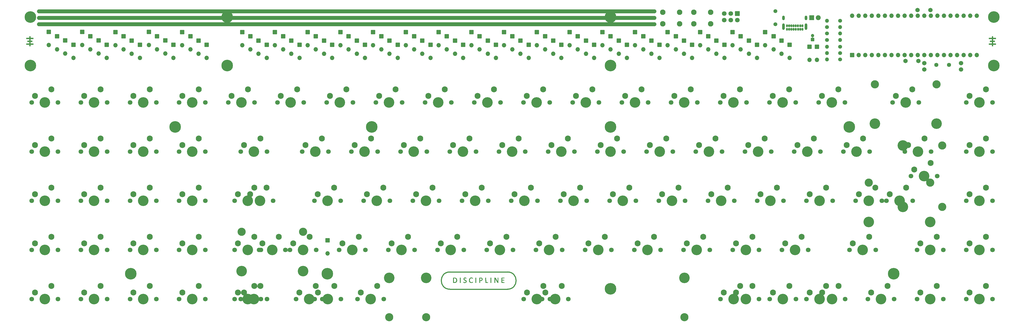
<source format=gts>
G04 #@! TF.GenerationSoftware,KiCad,Pcbnew,(6.0.5)*
G04 #@! TF.CreationDate,2022-06-23T12:26:18-04:00*
G04 #@! TF.ProjectId,discipline-pcb,64697363-6970-46c6-996e-652d7063622e,rev?*
G04 #@! TF.SameCoordinates,Original*
G04 #@! TF.FileFunction,Soldermask,Top*
G04 #@! TF.FilePolarity,Negative*
%FSLAX46Y46*%
G04 Gerber Fmt 4.6, Leading zero omitted, Abs format (unit mm)*
G04 Created by KiCad (PCBNEW (6.0.5)) date 2022-06-23 12:26:18*
%MOMM*%
%LPD*%
G01*
G04 APERTURE LIST*
G04 Aperture macros list*
%AMRoundRect*
0 Rectangle with rounded corners*
0 $1 Rounding radius*
0 $2 $3 $4 $5 $6 $7 $8 $9 X,Y pos of 4 corners*
0 Add a 4 corners polygon primitive as box body*
4,1,4,$2,$3,$4,$5,$6,$7,$8,$9,$2,$3,0*
0 Add four circle primitives for the rounded corners*
1,1,$1+$1,$2,$3*
1,1,$1+$1,$4,$5*
1,1,$1+$1,$6,$7*
1,1,$1+$1,$8,$9*
0 Add four rect primitives between the rounded corners*
20,1,$1+$1,$2,$3,$4,$5,0*
20,1,$1+$1,$4,$5,$6,$7,0*
20,1,$1+$1,$6,$7,$8,$9,0*
20,1,$1+$1,$8,$9,$2,$3,0*%
G04 Aperture macros list end*
%ADD10C,1.500000*%
%ADD11C,0.010000*%
%ADD12C,0.400000*%
%ADD13C,4.102000*%
%ADD14C,1.802000*%
%ADD15C,2.302000*%
%ADD16C,3.152000*%
%ADD17C,4.502000*%
%ADD18C,4.089800*%
%ADD19C,3.150000*%
%ADD20RoundRect,0.051000X-0.800000X0.800000X-0.800000X-0.800000X0.800000X-0.800000X0.800000X0.800000X0*%
%ADD21O,1.702000X1.702000*%
%ADD22C,1.502000*%
%ADD23O,1.502000X1.502000*%
%ADD24C,2.102000*%
%ADD25RoundRect,0.051000X-0.900000X-0.900000X0.900000X-0.900000X0.900000X0.900000X-0.900000X0.900000X0*%
%ADD26C,1.902000*%
%ADD27RoundRect,0.051000X0.600000X-0.600000X0.600000X0.600000X-0.600000X0.600000X-0.600000X-0.600000X0*%
%ADD28C,1.302000*%
%ADD29C,1.702000*%
%ADD30O,0.752000X1.102000*%
%ADD31O,1.002000X2.502000*%
%ADD32O,1.002000X1.802000*%
%ADD33C,1.602000*%
%ADD34RoundRect,0.051000X0.850000X0.850000X-0.850000X0.850000X-0.850000X-0.850000X0.850000X-0.850000X0*%
%ADD35RoundRect,0.051000X0.800000X-0.800000X0.800000X0.800000X-0.800000X0.800000X-0.800000X-0.800000X0*%
G04 APERTURE END LIST*
D10*
X266508058Y-71055810D02*
X28194000Y-71055810D01*
X266508058Y-68572540D02*
X28194000Y-68572540D01*
X266508058Y-66089270D02*
X28194000Y-66089270D01*
G36*
X24850134Y-76325860D02*
G01*
X25419517Y-76328037D01*
X25988900Y-76330213D01*
X25988900Y-76736613D01*
X24850134Y-76740965D01*
X24850134Y-77401246D01*
X25569801Y-77401246D01*
X25569801Y-77833046D01*
X24850134Y-77833046D01*
X24850134Y-78510260D01*
X25419517Y-78512437D01*
X25988900Y-78514613D01*
X25991163Y-78728396D01*
X25993425Y-78942179D01*
X24850134Y-78942179D01*
X24850134Y-79560246D01*
X24409867Y-79560246D01*
X24409867Y-78942179D01*
X23275334Y-78942179D01*
X23275334Y-78510380D01*
X24409867Y-78510380D01*
X24409867Y-77833046D01*
X23698667Y-77833046D01*
X23698667Y-77401246D01*
X24409867Y-77401246D01*
X24409867Y-76740846D01*
X23275334Y-76740846D01*
X23275334Y-76325980D01*
X24409648Y-76325980D01*
X24414100Y-75737546D01*
X24632117Y-75735287D01*
X24850134Y-75733027D01*
X24850134Y-76325860D01*
G37*
D11*
X24850134Y-76325860D02*
X25419517Y-76328037D01*
X25988900Y-76330213D01*
X25988900Y-76736613D01*
X24850134Y-76740965D01*
X24850134Y-77401246D01*
X25569801Y-77401246D01*
X25569801Y-77833046D01*
X24850134Y-77833046D01*
X24850134Y-78510260D01*
X25419517Y-78512437D01*
X25988900Y-78514613D01*
X25991163Y-78728396D01*
X25993425Y-78942179D01*
X24850134Y-78942179D01*
X24850134Y-79560246D01*
X24409867Y-79560246D01*
X24409867Y-78942179D01*
X23275334Y-78942179D01*
X23275334Y-78510380D01*
X24409867Y-78510380D01*
X24409867Y-77833046D01*
X23698667Y-77833046D01*
X23698667Y-77401246D01*
X24409867Y-77401246D01*
X24409867Y-76740846D01*
X23275334Y-76740846D01*
X23275334Y-76325980D01*
X24409648Y-76325980D01*
X24414100Y-75737546D01*
X24632117Y-75735287D01*
X24850134Y-75733027D01*
X24850134Y-76325860D01*
G36*
X397541106Y-76325860D02*
G01*
X398110489Y-76328037D01*
X398679872Y-76330213D01*
X398679872Y-76736613D01*
X397541106Y-76740965D01*
X397541106Y-77401246D01*
X398260773Y-77401246D01*
X398260773Y-77833046D01*
X397541106Y-77833046D01*
X397541106Y-78510260D01*
X398110489Y-78512437D01*
X398679872Y-78514613D01*
X398682135Y-78728396D01*
X398684397Y-78942179D01*
X397541106Y-78942179D01*
X397541106Y-79560246D01*
X397100839Y-79560246D01*
X397100839Y-78942179D01*
X395966306Y-78942179D01*
X395966306Y-78510380D01*
X397100839Y-78510380D01*
X397100839Y-77833046D01*
X396389639Y-77833046D01*
X396389639Y-77401246D01*
X397100839Y-77401246D01*
X397100839Y-76740846D01*
X395966306Y-76740846D01*
X395966306Y-76325980D01*
X397100620Y-76325980D01*
X397105072Y-75737546D01*
X397323089Y-75735287D01*
X397541106Y-75733027D01*
X397541106Y-76325860D01*
G37*
X397541106Y-76325860D02*
X398110489Y-76328037D01*
X398679872Y-76330213D01*
X398679872Y-76736613D01*
X397541106Y-76740965D01*
X397541106Y-77401246D01*
X398260773Y-77401246D01*
X398260773Y-77833046D01*
X397541106Y-77833046D01*
X397541106Y-78510260D01*
X398110489Y-78512437D01*
X398679872Y-78514613D01*
X398682135Y-78728396D01*
X398684397Y-78942179D01*
X397541106Y-78942179D01*
X397541106Y-79560246D01*
X397100839Y-79560246D01*
X397100839Y-78942179D01*
X395966306Y-78942179D01*
X395966306Y-78510380D01*
X397100839Y-78510380D01*
X397100839Y-77833046D01*
X396389639Y-77833046D01*
X396389639Y-77401246D01*
X397100839Y-77401246D01*
X397100839Y-76740846D01*
X395966306Y-76740846D01*
X395966306Y-76325980D01*
X397100620Y-76325980D01*
X397105072Y-75737546D01*
X397323089Y-75735287D01*
X397541106Y-75733027D01*
X397541106Y-76325860D01*
D12*
X187311206Y-167060460D02*
X209591206Y-167060460D01*
X187291206Y-173740460D02*
X209591206Y-173740460D01*
X209581206Y-173740460D02*
G75*
G03*
X209581206Y-167060460I0J3340000D01*
G01*
X187281206Y-167060460D02*
G75*
G03*
X187281206Y-173740460I0J-3340000D01*
G01*
G36*
X208002822Y-169241618D02*
G01*
X208138521Y-169244175D01*
X208228829Y-169249864D01*
X208283695Y-169259857D01*
X208313069Y-169275320D01*
X208326901Y-169297424D01*
X208328358Y-169301722D01*
X208334771Y-169380769D01*
X208327065Y-169415989D01*
X208309760Y-169438716D01*
X208271292Y-169454085D01*
X208200912Y-169463447D01*
X208087872Y-169468152D01*
X207921424Y-169469550D01*
X207900678Y-169469560D01*
X207494848Y-169469560D01*
X207504235Y-169771553D01*
X207513622Y-170073545D01*
X207864586Y-170082811D01*
X208215550Y-170092078D01*
X208215550Y-170285756D01*
X207497298Y-170285756D01*
X207497298Y-171002057D01*
X208329818Y-171020331D01*
X208329818Y-171216218D01*
X207822936Y-171225172D01*
X207607481Y-171227197D01*
X207450851Y-171224309D01*
X207346735Y-171216150D01*
X207288822Y-171202361D01*
X207276085Y-171194157D01*
X207263718Y-171149832D01*
X207253445Y-171050555D01*
X207245272Y-170906634D01*
X207239202Y-170728374D01*
X207235240Y-170526084D01*
X207233389Y-170310068D01*
X207233655Y-170090636D01*
X207236041Y-169878092D01*
X207240552Y-169682745D01*
X207247192Y-169514901D01*
X207255964Y-169384866D01*
X207266875Y-169302949D01*
X207275293Y-169280203D01*
X207321548Y-169262815D01*
X207422442Y-169250659D01*
X207581432Y-169243481D01*
X207801974Y-169241029D01*
X207811782Y-169241026D01*
X208002822Y-169241618D01*
G37*
D11*
X208002822Y-169241618D02*
X208138521Y-169244175D01*
X208228829Y-169249864D01*
X208283695Y-169259857D01*
X208313069Y-169275320D01*
X208326901Y-169297424D01*
X208328358Y-169301722D01*
X208334771Y-169380769D01*
X208327065Y-169415989D01*
X208309760Y-169438716D01*
X208271292Y-169454085D01*
X208200912Y-169463447D01*
X208087872Y-169468152D01*
X207921424Y-169469550D01*
X207900678Y-169469560D01*
X207494848Y-169469560D01*
X207504235Y-169771553D01*
X207513622Y-170073545D01*
X207864586Y-170082811D01*
X208215550Y-170092078D01*
X208215550Y-170285756D01*
X207497298Y-170285756D01*
X207497298Y-171002057D01*
X208329818Y-171020331D01*
X208329818Y-171216218D01*
X207822936Y-171225172D01*
X207607481Y-171227197D01*
X207450851Y-171224309D01*
X207346735Y-171216150D01*
X207288822Y-171202361D01*
X207276085Y-171194157D01*
X207263718Y-171149832D01*
X207253445Y-171050555D01*
X207245272Y-170906634D01*
X207239202Y-170728374D01*
X207235240Y-170526084D01*
X207233389Y-170310068D01*
X207233655Y-170090636D01*
X207236041Y-169878092D01*
X207240552Y-169682745D01*
X207247192Y-169514901D01*
X207255964Y-169384866D01*
X207266875Y-169302949D01*
X207275293Y-169280203D01*
X207321548Y-169262815D01*
X207422442Y-169250659D01*
X207581432Y-169243481D01*
X207801974Y-169241029D01*
X207811782Y-169241026D01*
X208002822Y-169241618D01*
G36*
X201122813Y-169247217D02*
G01*
X201245242Y-169257349D01*
X201262628Y-171001879D01*
X201996142Y-171020331D01*
X201996142Y-171216218D01*
X201520864Y-171225217D01*
X201350858Y-171226932D01*
X201204558Y-171225565D01*
X201094150Y-171221449D01*
X201031820Y-171214918D01*
X201022985Y-171211614D01*
X201017300Y-171174455D01*
X201012138Y-171080244D01*
X201007688Y-170937224D01*
X201004135Y-170753637D01*
X201001666Y-170537728D01*
X201000468Y-170297738D01*
X201000383Y-170213048D01*
X201000383Y-169237084D01*
X201122813Y-169247217D01*
G37*
X201122813Y-169247217D02*
X201245242Y-169257349D01*
X201262628Y-171001879D01*
X201996142Y-171020331D01*
X201996142Y-171216218D01*
X201520864Y-171225217D01*
X201350858Y-171226932D01*
X201204558Y-171225565D01*
X201094150Y-171221449D01*
X201031820Y-171214918D01*
X201022985Y-171211614D01*
X201017300Y-171174455D01*
X201012138Y-171080244D01*
X201007688Y-170937224D01*
X201004135Y-170753637D01*
X201001666Y-170537728D01*
X201000468Y-170297738D01*
X201000383Y-170213048D01*
X201000383Y-169237084D01*
X201122813Y-169247217D01*
G36*
X205987819Y-170226518D02*
G01*
X205979175Y-171216218D01*
X205864908Y-171225833D01*
X205771351Y-171220816D01*
X205699227Y-171195588D01*
X205695909Y-171193186D01*
X205666247Y-171154382D01*
X205609947Y-171066033D01*
X205531610Y-170935928D01*
X205435842Y-170771858D01*
X205327245Y-170581612D01*
X205210424Y-170372982D01*
X205198606Y-170351659D01*
X204756035Y-169552396D01*
X204747296Y-170384307D01*
X204738558Y-171216218D01*
X204631971Y-171226485D01*
X204525384Y-171236751D01*
X204534027Y-170247050D01*
X204542671Y-169257349D01*
X204694089Y-169247548D01*
X204794879Y-169246989D01*
X204857256Y-169267529D01*
X204906300Y-169316822D01*
X204938449Y-169366811D01*
X204996585Y-169465398D01*
X205075676Y-169603720D01*
X205170694Y-169772916D01*
X205276609Y-169964122D01*
X205358867Y-170114249D01*
X205750640Y-170832601D01*
X205783288Y-169257349D01*
X205889875Y-169247083D01*
X205996463Y-169236817D01*
X205987819Y-170226518D01*
G37*
X205987819Y-170226518D02*
X205979175Y-171216218D01*
X205864908Y-171225833D01*
X205771351Y-171220816D01*
X205699227Y-171195588D01*
X205695909Y-171193186D01*
X205666247Y-171154382D01*
X205609947Y-171066033D01*
X205531610Y-170935928D01*
X205435842Y-170771858D01*
X205327245Y-170581612D01*
X205210424Y-170372982D01*
X205198606Y-170351659D01*
X204756035Y-169552396D01*
X204747296Y-170384307D01*
X204738558Y-171216218D01*
X204631971Y-171226485D01*
X204525384Y-171236751D01*
X204534027Y-170247050D01*
X204542671Y-169257349D01*
X204694089Y-169247548D01*
X204794879Y-169246989D01*
X204857256Y-169267529D01*
X204906300Y-169316822D01*
X204938449Y-169366811D01*
X204996585Y-169465398D01*
X205075676Y-169603720D01*
X205170694Y-169772916D01*
X205276609Y-169964122D01*
X205358867Y-170114249D01*
X205750640Y-170832601D01*
X205783288Y-169257349D01*
X205889875Y-169247083D01*
X205996463Y-169236817D01*
X205987819Y-170226518D01*
G36*
X195662136Y-169222209D02*
G01*
X195874994Y-169276369D01*
X195933712Y-169303128D01*
X196038237Y-169370594D01*
X196090506Y-169446866D01*
X196103211Y-169535599D01*
X196088239Y-169598943D01*
X196040479Y-169612762D01*
X195955671Y-169577281D01*
X195905515Y-169546108D01*
X195767340Y-169477408D01*
X195606691Y-169447053D01*
X195586056Y-169445594D01*
X195396812Y-169458436D01*
X195243333Y-169524797D01*
X195120137Y-169647815D01*
X195060399Y-169746361D01*
X195021815Y-169828665D01*
X194997240Y-169906556D01*
X194983627Y-169998520D01*
X194977931Y-170123043D01*
X194977024Y-170252402D01*
X194979067Y-170416508D01*
X194986823Y-170532946D01*
X195003007Y-170619271D01*
X195030335Y-170693043D01*
X195051798Y-170735944D01*
X195162283Y-170879559D01*
X195308550Y-170976612D01*
X195478355Y-171024777D01*
X195659453Y-171021729D01*
X195839599Y-170965141D01*
X195941568Y-170904927D01*
X196013186Y-170860912D01*
X196065130Y-170840884D01*
X196067441Y-170840769D01*
X196098239Y-170866536D01*
X196103666Y-170929336D01*
X196086771Y-171007416D01*
X196050606Y-171079026D01*
X196030872Y-171101506D01*
X195910197Y-171177504D01*
X195747000Y-171230209D01*
X195560955Y-171256209D01*
X195371732Y-171252097D01*
X195266062Y-171234046D01*
X195078551Y-171157430D01*
X194922621Y-171028140D01*
X194801594Y-170852367D01*
X194718789Y-170636300D01*
X194677528Y-170386128D01*
X194678509Y-170138840D01*
X194720114Y-169886338D01*
X194801227Y-169664318D01*
X194916991Y-169483328D01*
X195029834Y-169376229D01*
X195221695Y-169273583D01*
X195438416Y-169221762D01*
X195662136Y-169222209D01*
G37*
X195662136Y-169222209D02*
X195874994Y-169276369D01*
X195933712Y-169303128D01*
X196038237Y-169370594D01*
X196090506Y-169446866D01*
X196103211Y-169535599D01*
X196088239Y-169598943D01*
X196040479Y-169612762D01*
X195955671Y-169577281D01*
X195905515Y-169546108D01*
X195767340Y-169477408D01*
X195606691Y-169447053D01*
X195586056Y-169445594D01*
X195396812Y-169458436D01*
X195243333Y-169524797D01*
X195120137Y-169647815D01*
X195060399Y-169746361D01*
X195021815Y-169828665D01*
X194997240Y-169906556D01*
X194983627Y-169998520D01*
X194977931Y-170123043D01*
X194977024Y-170252402D01*
X194979067Y-170416508D01*
X194986823Y-170532946D01*
X195003007Y-170619271D01*
X195030335Y-170693043D01*
X195051798Y-170735944D01*
X195162283Y-170879559D01*
X195308550Y-170976612D01*
X195478355Y-171024777D01*
X195659453Y-171021729D01*
X195839599Y-170965141D01*
X195941568Y-170904927D01*
X196013186Y-170860912D01*
X196065130Y-170840884D01*
X196067441Y-170840769D01*
X196098239Y-170866536D01*
X196103666Y-170929336D01*
X196086771Y-171007416D01*
X196050606Y-171079026D01*
X196030872Y-171101506D01*
X195910197Y-171177504D01*
X195747000Y-171230209D01*
X195560955Y-171256209D01*
X195371732Y-171252097D01*
X195266062Y-171234046D01*
X195078551Y-171157430D01*
X194922621Y-171028140D01*
X194801594Y-170852367D01*
X194718789Y-170636300D01*
X194677528Y-170386128D01*
X194678509Y-170138840D01*
X194720114Y-169886338D01*
X194801227Y-169664318D01*
X194916991Y-169483328D01*
X195029834Y-169376229D01*
X195221695Y-169273583D01*
X195438416Y-169221762D01*
X195662136Y-169222209D01*
G36*
X199117400Y-169246961D02*
G01*
X199287543Y-169255265D01*
X199408090Y-169266775D01*
X199494743Y-169284371D01*
X199563201Y-169310934D01*
X199610353Y-169337425D01*
X199736942Y-169437436D01*
X199814953Y-169557695D01*
X199851726Y-169712821D01*
X199857051Y-169828686D01*
X199833341Y-170040227D01*
X199762196Y-170208644D01*
X199642222Y-170335244D01*
X199472022Y-170421330D01*
X199250203Y-170468210D01*
X199166125Y-170475259D01*
X198910923Y-170490032D01*
X198910923Y-171232542D01*
X198802097Y-171232542D01*
X198721427Y-171226569D01*
X198672980Y-171212062D01*
X198671506Y-171210777D01*
X198665924Y-171173748D01*
X198660871Y-171079836D01*
X198656539Y-170937453D01*
X198653118Y-170755010D01*
X198650799Y-170540918D01*
X198649774Y-170303590D01*
X198649741Y-170251664D01*
X198650178Y-169973659D01*
X198651006Y-169855893D01*
X198910923Y-169855893D01*
X198912664Y-170008618D01*
X198917400Y-170136698D01*
X198924403Y-170226457D01*
X198932688Y-170263990D01*
X198984688Y-170280936D01*
X199078125Y-170284543D01*
X199190660Y-170275473D01*
X199299951Y-170254387D01*
X199305121Y-170252975D01*
X199444053Y-170188785D01*
X199535431Y-170083845D01*
X199583254Y-169932893D01*
X199589642Y-169878627D01*
X199595218Y-169771811D01*
X199583376Y-169702284D01*
X199544747Y-169642540D01*
X199489508Y-169584546D01*
X199425129Y-169524206D01*
X199368854Y-169489787D01*
X199298820Y-169474040D01*
X199193166Y-169469716D01*
X199142723Y-169469560D01*
X198910923Y-169469560D01*
X198910923Y-169855893D01*
X198651006Y-169855893D01*
X198651722Y-169753971D01*
X198654724Y-169585629D01*
X198659226Y-169469560D01*
X198659533Y-169461658D01*
X198666499Y-169375086D01*
X198675973Y-169318940D01*
X198688305Y-169286246D01*
X198698840Y-169273568D01*
X198746968Y-169254500D01*
X198839195Y-169244520D01*
X198983221Y-169243137D01*
X199117400Y-169246961D01*
G37*
X199117400Y-169246961D02*
X199287543Y-169255265D01*
X199408090Y-169266775D01*
X199494743Y-169284371D01*
X199563201Y-169310934D01*
X199610353Y-169337425D01*
X199736942Y-169437436D01*
X199814953Y-169557695D01*
X199851726Y-169712821D01*
X199857051Y-169828686D01*
X199833341Y-170040227D01*
X199762196Y-170208644D01*
X199642222Y-170335244D01*
X199472022Y-170421330D01*
X199250203Y-170468210D01*
X199166125Y-170475259D01*
X198910923Y-170490032D01*
X198910923Y-171232542D01*
X198802097Y-171232542D01*
X198721427Y-171226569D01*
X198672980Y-171212062D01*
X198671506Y-171210777D01*
X198665924Y-171173748D01*
X198660871Y-171079836D01*
X198656539Y-170937453D01*
X198653118Y-170755010D01*
X198650799Y-170540918D01*
X198649774Y-170303590D01*
X198649741Y-170251664D01*
X198650178Y-169973659D01*
X198651006Y-169855893D01*
X198910923Y-169855893D01*
X198912664Y-170008618D01*
X198917400Y-170136698D01*
X198924403Y-170226457D01*
X198932688Y-170263990D01*
X198984688Y-170280936D01*
X199078125Y-170284543D01*
X199190660Y-170275473D01*
X199299951Y-170254387D01*
X199305121Y-170252975D01*
X199444053Y-170188785D01*
X199535431Y-170083845D01*
X199583254Y-169932893D01*
X199589642Y-169878627D01*
X199595218Y-169771811D01*
X199583376Y-169702284D01*
X199544747Y-169642540D01*
X199489508Y-169584546D01*
X199425129Y-169524206D01*
X199368854Y-169489787D01*
X199298820Y-169474040D01*
X199193166Y-169469716D01*
X199142723Y-169469560D01*
X198910923Y-169469560D01*
X198910923Y-169855893D01*
X198651006Y-169855893D01*
X198651722Y-169753971D01*
X198654724Y-169585629D01*
X198659226Y-169469560D01*
X198659533Y-169461658D01*
X198666499Y-169375086D01*
X198675973Y-169318940D01*
X198688305Y-169286246D01*
X198698840Y-169273568D01*
X198746968Y-169254500D01*
X198839195Y-169244520D01*
X198983221Y-169243137D01*
X199117400Y-169246961D01*
G36*
X197409124Y-171232542D02*
G01*
X197293832Y-171232542D01*
X197212945Y-171221991D01*
X197165337Y-171196113D01*
X197162727Y-171191335D01*
X197158971Y-171149201D01*
X197156126Y-171050372D01*
X197154255Y-170903444D01*
X197153419Y-170717011D01*
X197153681Y-170499668D01*
X197155102Y-170260011D01*
X197155590Y-170203739D01*
X197164265Y-169257349D01*
X197286694Y-169247217D01*
X197409124Y-169237084D01*
X197409124Y-171232542D01*
G37*
X197409124Y-171232542D02*
X197293832Y-171232542D01*
X197212945Y-171221991D01*
X197165337Y-171196113D01*
X197162727Y-171191335D01*
X197158971Y-171149201D01*
X197156126Y-171050372D01*
X197154255Y-170903444D01*
X197153419Y-170717011D01*
X197153681Y-170499668D01*
X197155102Y-170260011D01*
X197155590Y-170203739D01*
X197164265Y-169257349D01*
X197286694Y-169247217D01*
X197409124Y-169237084D01*
X197409124Y-171232542D01*
G36*
X191385602Y-171216218D02*
G01*
X191279272Y-171226466D01*
X191193272Y-171221405D01*
X191156329Y-171193420D01*
X191152368Y-171150735D01*
X191149337Y-171051380D01*
X191147307Y-170903974D01*
X191146346Y-170717137D01*
X191146523Y-170499488D01*
X191147909Y-170259648D01*
X191148392Y-170203739D01*
X191157067Y-169257349D01*
X191385602Y-169257349D01*
X191385602Y-171216218D01*
G37*
X191385602Y-171216218D02*
X191279272Y-171226466D01*
X191193272Y-171221405D01*
X191156329Y-171193420D01*
X191152368Y-171150735D01*
X191149337Y-171051380D01*
X191147307Y-170903974D01*
X191146346Y-170717137D01*
X191146523Y-170499488D01*
X191147909Y-170259648D01*
X191148392Y-170203739D01*
X191157067Y-169257349D01*
X191385602Y-169257349D01*
X191385602Y-171216218D01*
G36*
X193312370Y-169236400D02*
G01*
X193435441Y-169270546D01*
X193527930Y-169314804D01*
X193570156Y-169359641D01*
X193588022Y-169444013D01*
X193581239Y-169517845D01*
X193561510Y-169548195D01*
X193517851Y-169545166D01*
X193441166Y-169517150D01*
X193407692Y-169501151D01*
X193249763Y-169444501D01*
X193100679Y-169433814D01*
X192971347Y-169465224D01*
X192872673Y-169534867D01*
X192815564Y-169638879D01*
X192805782Y-169714419D01*
X192829171Y-169827247D01*
X192903043Y-169926408D01*
X193032954Y-170017709D01*
X193152370Y-170076604D01*
X193379584Y-170192548D01*
X193542902Y-170311020D01*
X193626270Y-170406099D01*
X193668469Y-170514082D01*
X193686175Y-170655017D01*
X193678696Y-170801050D01*
X193645339Y-170924328D01*
X193639474Y-170936444D01*
X193530100Y-171080019D01*
X193376507Y-171184640D01*
X193189494Y-171246515D01*
X192979861Y-171261853D01*
X192789458Y-171234870D01*
X192672869Y-171196345D01*
X192570721Y-171144843D01*
X192506923Y-171092601D01*
X192504289Y-171088902D01*
X192482980Y-171023423D01*
X192483602Y-170947307D01*
X192505206Y-170894609D01*
X192509800Y-170891070D01*
X192554465Y-170893785D01*
X192632863Y-170922185D01*
X192676558Y-170943245D01*
X192850729Y-171010337D01*
X193018378Y-171032306D01*
X193169521Y-171012436D01*
X193294175Y-170954011D01*
X193382357Y-170860314D01*
X193424083Y-170734628D01*
X193426090Y-170696720D01*
X193404603Y-170607510D01*
X193336619Y-170518340D01*
X193216855Y-170424294D01*
X193040028Y-170320456D01*
X192998067Y-170298451D01*
X192814129Y-170194677D01*
X192685026Y-170097707D01*
X192602551Y-169997345D01*
X192558495Y-169883394D01*
X192544649Y-169745659D01*
X192544599Y-169735180D01*
X192570273Y-169548049D01*
X192646928Y-169401586D01*
X192774011Y-169296357D01*
X192950970Y-169232931D01*
X193047228Y-169218127D01*
X193176904Y-169217286D01*
X193312370Y-169236400D01*
G37*
X193312370Y-169236400D02*
X193435441Y-169270546D01*
X193527930Y-169314804D01*
X193570156Y-169359641D01*
X193588022Y-169444013D01*
X193581239Y-169517845D01*
X193561510Y-169548195D01*
X193517851Y-169545166D01*
X193441166Y-169517150D01*
X193407692Y-169501151D01*
X193249763Y-169444501D01*
X193100679Y-169433814D01*
X192971347Y-169465224D01*
X192872673Y-169534867D01*
X192815564Y-169638879D01*
X192805782Y-169714419D01*
X192829171Y-169827247D01*
X192903043Y-169926408D01*
X193032954Y-170017709D01*
X193152370Y-170076604D01*
X193379584Y-170192548D01*
X193542902Y-170311020D01*
X193626270Y-170406099D01*
X193668469Y-170514082D01*
X193686175Y-170655017D01*
X193678696Y-170801050D01*
X193645339Y-170924328D01*
X193639474Y-170936444D01*
X193530100Y-171080019D01*
X193376507Y-171184640D01*
X193189494Y-171246515D01*
X192979861Y-171261853D01*
X192789458Y-171234870D01*
X192672869Y-171196345D01*
X192570721Y-171144843D01*
X192506923Y-171092601D01*
X192504289Y-171088902D01*
X192482980Y-171023423D01*
X192483602Y-170947307D01*
X192505206Y-170894609D01*
X192509800Y-170891070D01*
X192554465Y-170893785D01*
X192632863Y-170922185D01*
X192676558Y-170943245D01*
X192850729Y-171010337D01*
X193018378Y-171032306D01*
X193169521Y-171012436D01*
X193294175Y-170954011D01*
X193382357Y-170860314D01*
X193424083Y-170734628D01*
X193426090Y-170696720D01*
X193404603Y-170607510D01*
X193336619Y-170518340D01*
X193216855Y-170424294D01*
X193040028Y-170320456D01*
X192998067Y-170298451D01*
X192814129Y-170194677D01*
X192685026Y-170097707D01*
X192602551Y-169997345D01*
X192558495Y-169883394D01*
X192544649Y-169745659D01*
X192544599Y-169735180D01*
X192570273Y-169548049D01*
X192646928Y-169401586D01*
X192774011Y-169296357D01*
X192950970Y-169232931D01*
X193047228Y-169218127D01*
X193176904Y-169217286D01*
X193312370Y-169236400D01*
G36*
X203146977Y-169247217D02*
G01*
X203269406Y-169257349D01*
X203269406Y-171216218D01*
X203024548Y-171236484D01*
X203024548Y-169237084D01*
X203146977Y-169247217D01*
G37*
X203146977Y-169247217D02*
X203269406Y-169257349D01*
X203269406Y-171216218D01*
X203024548Y-171236484D01*
X203024548Y-169237084D01*
X203146977Y-169247217D01*
G36*
X189098542Y-169249781D02*
G01*
X189311651Y-169273884D01*
X189488245Y-169322707D01*
X189641177Y-169398707D01*
X189648330Y-169403200D01*
X189799943Y-169536785D01*
X189913795Y-169716400D01*
X189986730Y-169932703D01*
X190015590Y-170176351D01*
X189997481Y-170436352D01*
X189935162Y-170684417D01*
X189833698Y-170882721D01*
X189689750Y-171036109D01*
X189508352Y-171145664D01*
X189417176Y-171174465D01*
X189289109Y-171198490D01*
X189137967Y-171217051D01*
X188977569Y-171229462D01*
X188821732Y-171235035D01*
X188684273Y-171233084D01*
X188579009Y-171222921D01*
X188519759Y-171203860D01*
X188512532Y-171195181D01*
X188508397Y-171152030D01*
X188505209Y-171052230D01*
X188504503Y-171004008D01*
X188757453Y-171004008D01*
X189011717Y-171004008D01*
X189168925Y-170998596D01*
X189286385Y-170979313D01*
X189388977Y-170941591D01*
X189411653Y-170930550D01*
X189549543Y-170832841D01*
X189646613Y-170696187D01*
X189706238Y-170514114D01*
X189729902Y-170320585D01*
X189728721Y-170089167D01*
X189693485Y-169903128D01*
X189621085Y-169750350D01*
X189564622Y-169676479D01*
X189457941Y-169576073D01*
X189338722Y-169512285D01*
X189190019Y-169478868D01*
X189003360Y-169469560D01*
X188757453Y-169469560D01*
X188757453Y-171004008D01*
X188504503Y-171004008D01*
X188503045Y-170904421D01*
X188501978Y-170717242D01*
X188502085Y-170499336D01*
X188503439Y-170259342D01*
X188503919Y-170203739D01*
X188510648Y-169469560D01*
X188512594Y-169257349D01*
X188836066Y-169247943D01*
X189098542Y-169249781D01*
G37*
X189098542Y-169249781D02*
X189311651Y-169273884D01*
X189488245Y-169322707D01*
X189641177Y-169398707D01*
X189648330Y-169403200D01*
X189799943Y-169536785D01*
X189913795Y-169716400D01*
X189986730Y-169932703D01*
X190015590Y-170176351D01*
X189997481Y-170436352D01*
X189935162Y-170684417D01*
X189833698Y-170882721D01*
X189689750Y-171036109D01*
X189508352Y-171145664D01*
X189417176Y-171174465D01*
X189289109Y-171198490D01*
X189137967Y-171217051D01*
X188977569Y-171229462D01*
X188821732Y-171235035D01*
X188684273Y-171233084D01*
X188579009Y-171222921D01*
X188519759Y-171203860D01*
X188512532Y-171195181D01*
X188508397Y-171152030D01*
X188505209Y-171052230D01*
X188504503Y-171004008D01*
X188757453Y-171004008D01*
X189011717Y-171004008D01*
X189168925Y-170998596D01*
X189286385Y-170979313D01*
X189388977Y-170941591D01*
X189411653Y-170930550D01*
X189549543Y-170832841D01*
X189646613Y-170696187D01*
X189706238Y-170514114D01*
X189729902Y-170320585D01*
X189728721Y-170089167D01*
X189693485Y-169903128D01*
X189621085Y-169750350D01*
X189564622Y-169676479D01*
X189457941Y-169576073D01*
X189338722Y-169512285D01*
X189190019Y-169478868D01*
X189003360Y-169469560D01*
X188757453Y-169469560D01*
X188757453Y-171004008D01*
X188504503Y-171004008D01*
X188503045Y-170904421D01*
X188501978Y-170717242D01*
X188502085Y-170499336D01*
X188503439Y-170259342D01*
X188503919Y-170203739D01*
X188510648Y-169469560D01*
X188512594Y-169257349D01*
X188836066Y-169247943D01*
X189098542Y-169249781D01*
D10*
X266508058Y-71055810D02*
X28194000Y-71055810D01*
X266508058Y-68572540D02*
X28194000Y-68572540D01*
X266508058Y-66089270D02*
X28194000Y-66089270D01*
G36*
X24850134Y-76325860D02*
G01*
X25419517Y-76328037D01*
X25988900Y-76330213D01*
X25988900Y-76736613D01*
X24850134Y-76740965D01*
X24850134Y-77401246D01*
X25569801Y-77401246D01*
X25569801Y-77833046D01*
X24850134Y-77833046D01*
X24850134Y-78510260D01*
X25419517Y-78512437D01*
X25988900Y-78514613D01*
X25991163Y-78728396D01*
X25993425Y-78942179D01*
X24850134Y-78942179D01*
X24850134Y-79560246D01*
X24409867Y-79560246D01*
X24409867Y-78942179D01*
X23275334Y-78942179D01*
X23275334Y-78510380D01*
X24409867Y-78510380D01*
X24409867Y-77833046D01*
X23698667Y-77833046D01*
X23698667Y-77401246D01*
X24409867Y-77401246D01*
X24409867Y-76740846D01*
X23275334Y-76740846D01*
X23275334Y-76325980D01*
X24409648Y-76325980D01*
X24414100Y-75737546D01*
X24632117Y-75735287D01*
X24850134Y-75733027D01*
X24850134Y-76325860D01*
G37*
D11*
X24850134Y-76325860D02*
X25419517Y-76328037D01*
X25988900Y-76330213D01*
X25988900Y-76736613D01*
X24850134Y-76740965D01*
X24850134Y-77401246D01*
X25569801Y-77401246D01*
X25569801Y-77833046D01*
X24850134Y-77833046D01*
X24850134Y-78510260D01*
X25419517Y-78512437D01*
X25988900Y-78514613D01*
X25991163Y-78728396D01*
X25993425Y-78942179D01*
X24850134Y-78942179D01*
X24850134Y-79560246D01*
X24409867Y-79560246D01*
X24409867Y-78942179D01*
X23275334Y-78942179D01*
X23275334Y-78510380D01*
X24409867Y-78510380D01*
X24409867Y-77833046D01*
X23698667Y-77833046D01*
X23698667Y-77401246D01*
X24409867Y-77401246D01*
X24409867Y-76740846D01*
X23275334Y-76740846D01*
X23275334Y-76325980D01*
X24409648Y-76325980D01*
X24414100Y-75737546D01*
X24632117Y-75735287D01*
X24850134Y-75733027D01*
X24850134Y-76325860D01*
G36*
X397541106Y-76325860D02*
G01*
X398110489Y-76328037D01*
X398679872Y-76330213D01*
X398679872Y-76736613D01*
X397541106Y-76740965D01*
X397541106Y-77401246D01*
X398260773Y-77401246D01*
X398260773Y-77833046D01*
X397541106Y-77833046D01*
X397541106Y-78510260D01*
X398110489Y-78512437D01*
X398679872Y-78514613D01*
X398682135Y-78728396D01*
X398684397Y-78942179D01*
X397541106Y-78942179D01*
X397541106Y-79560246D01*
X397100839Y-79560246D01*
X397100839Y-78942179D01*
X395966306Y-78942179D01*
X395966306Y-78510380D01*
X397100839Y-78510380D01*
X397100839Y-77833046D01*
X396389639Y-77833046D01*
X396389639Y-77401246D01*
X397100839Y-77401246D01*
X397100839Y-76740846D01*
X395966306Y-76740846D01*
X395966306Y-76325980D01*
X397100620Y-76325980D01*
X397105072Y-75737546D01*
X397323089Y-75735287D01*
X397541106Y-75733027D01*
X397541106Y-76325860D01*
G37*
X397541106Y-76325860D02*
X398110489Y-76328037D01*
X398679872Y-76330213D01*
X398679872Y-76736613D01*
X397541106Y-76740965D01*
X397541106Y-77401246D01*
X398260773Y-77401246D01*
X398260773Y-77833046D01*
X397541106Y-77833046D01*
X397541106Y-78510260D01*
X398110489Y-78512437D01*
X398679872Y-78514613D01*
X398682135Y-78728396D01*
X398684397Y-78942179D01*
X397541106Y-78942179D01*
X397541106Y-79560246D01*
X397100839Y-79560246D01*
X397100839Y-78942179D01*
X395966306Y-78942179D01*
X395966306Y-78510380D01*
X397100839Y-78510380D01*
X397100839Y-77833046D01*
X396389639Y-77833046D01*
X396389639Y-77401246D01*
X397100839Y-77401246D01*
X397100839Y-76740846D01*
X395966306Y-76740846D01*
X395966306Y-76325980D01*
X397100620Y-76325980D01*
X397105072Y-75737546D01*
X397323089Y-75735287D01*
X397541106Y-75733027D01*
X397541106Y-76325860D01*
D12*
X187311206Y-167060460D02*
X209591206Y-167060460D01*
X187291206Y-173740460D02*
X209591206Y-173740460D01*
X209581206Y-173740460D02*
G75*
G03*
X209581206Y-167060460I0J3340000D01*
G01*
X187281206Y-167060460D02*
G75*
G03*
X187281206Y-173740460I0J-3340000D01*
G01*
G36*
X208002822Y-169241618D02*
G01*
X208138521Y-169244175D01*
X208228829Y-169249864D01*
X208283695Y-169259857D01*
X208313069Y-169275320D01*
X208326901Y-169297424D01*
X208328358Y-169301722D01*
X208334771Y-169380769D01*
X208327065Y-169415989D01*
X208309760Y-169438716D01*
X208271292Y-169454085D01*
X208200912Y-169463447D01*
X208087872Y-169468152D01*
X207921424Y-169469550D01*
X207900678Y-169469560D01*
X207494848Y-169469560D01*
X207504235Y-169771553D01*
X207513622Y-170073545D01*
X207864586Y-170082811D01*
X208215550Y-170092078D01*
X208215550Y-170285756D01*
X207497298Y-170285756D01*
X207497298Y-171002057D01*
X208329818Y-171020331D01*
X208329818Y-171216218D01*
X207822936Y-171225172D01*
X207607481Y-171227197D01*
X207450851Y-171224309D01*
X207346735Y-171216150D01*
X207288822Y-171202361D01*
X207276085Y-171194157D01*
X207263718Y-171149832D01*
X207253445Y-171050555D01*
X207245272Y-170906634D01*
X207239202Y-170728374D01*
X207235240Y-170526084D01*
X207233389Y-170310068D01*
X207233655Y-170090636D01*
X207236041Y-169878092D01*
X207240552Y-169682745D01*
X207247192Y-169514901D01*
X207255964Y-169384866D01*
X207266875Y-169302949D01*
X207275293Y-169280203D01*
X207321548Y-169262815D01*
X207422442Y-169250659D01*
X207581432Y-169243481D01*
X207801974Y-169241029D01*
X207811782Y-169241026D01*
X208002822Y-169241618D01*
G37*
D11*
X208002822Y-169241618D02*
X208138521Y-169244175D01*
X208228829Y-169249864D01*
X208283695Y-169259857D01*
X208313069Y-169275320D01*
X208326901Y-169297424D01*
X208328358Y-169301722D01*
X208334771Y-169380769D01*
X208327065Y-169415989D01*
X208309760Y-169438716D01*
X208271292Y-169454085D01*
X208200912Y-169463447D01*
X208087872Y-169468152D01*
X207921424Y-169469550D01*
X207900678Y-169469560D01*
X207494848Y-169469560D01*
X207504235Y-169771553D01*
X207513622Y-170073545D01*
X207864586Y-170082811D01*
X208215550Y-170092078D01*
X208215550Y-170285756D01*
X207497298Y-170285756D01*
X207497298Y-171002057D01*
X208329818Y-171020331D01*
X208329818Y-171216218D01*
X207822936Y-171225172D01*
X207607481Y-171227197D01*
X207450851Y-171224309D01*
X207346735Y-171216150D01*
X207288822Y-171202361D01*
X207276085Y-171194157D01*
X207263718Y-171149832D01*
X207253445Y-171050555D01*
X207245272Y-170906634D01*
X207239202Y-170728374D01*
X207235240Y-170526084D01*
X207233389Y-170310068D01*
X207233655Y-170090636D01*
X207236041Y-169878092D01*
X207240552Y-169682745D01*
X207247192Y-169514901D01*
X207255964Y-169384866D01*
X207266875Y-169302949D01*
X207275293Y-169280203D01*
X207321548Y-169262815D01*
X207422442Y-169250659D01*
X207581432Y-169243481D01*
X207801974Y-169241029D01*
X207811782Y-169241026D01*
X208002822Y-169241618D01*
G36*
X201122813Y-169247217D02*
G01*
X201245242Y-169257349D01*
X201262628Y-171001879D01*
X201996142Y-171020331D01*
X201996142Y-171216218D01*
X201520864Y-171225217D01*
X201350858Y-171226932D01*
X201204558Y-171225565D01*
X201094150Y-171221449D01*
X201031820Y-171214918D01*
X201022985Y-171211614D01*
X201017300Y-171174455D01*
X201012138Y-171080244D01*
X201007688Y-170937224D01*
X201004135Y-170753637D01*
X201001666Y-170537728D01*
X201000468Y-170297738D01*
X201000383Y-170213048D01*
X201000383Y-169237084D01*
X201122813Y-169247217D01*
G37*
X201122813Y-169247217D02*
X201245242Y-169257349D01*
X201262628Y-171001879D01*
X201996142Y-171020331D01*
X201996142Y-171216218D01*
X201520864Y-171225217D01*
X201350858Y-171226932D01*
X201204558Y-171225565D01*
X201094150Y-171221449D01*
X201031820Y-171214918D01*
X201022985Y-171211614D01*
X201017300Y-171174455D01*
X201012138Y-171080244D01*
X201007688Y-170937224D01*
X201004135Y-170753637D01*
X201001666Y-170537728D01*
X201000468Y-170297738D01*
X201000383Y-170213048D01*
X201000383Y-169237084D01*
X201122813Y-169247217D01*
G36*
X205987819Y-170226518D02*
G01*
X205979175Y-171216218D01*
X205864908Y-171225833D01*
X205771351Y-171220816D01*
X205699227Y-171195588D01*
X205695909Y-171193186D01*
X205666247Y-171154382D01*
X205609947Y-171066033D01*
X205531610Y-170935928D01*
X205435842Y-170771858D01*
X205327245Y-170581612D01*
X205210424Y-170372982D01*
X205198606Y-170351659D01*
X204756035Y-169552396D01*
X204747296Y-170384307D01*
X204738558Y-171216218D01*
X204631971Y-171226485D01*
X204525384Y-171236751D01*
X204534027Y-170247050D01*
X204542671Y-169257349D01*
X204694089Y-169247548D01*
X204794879Y-169246989D01*
X204857256Y-169267529D01*
X204906300Y-169316822D01*
X204938449Y-169366811D01*
X204996585Y-169465398D01*
X205075676Y-169603720D01*
X205170694Y-169772916D01*
X205276609Y-169964122D01*
X205358867Y-170114249D01*
X205750640Y-170832601D01*
X205783288Y-169257349D01*
X205889875Y-169247083D01*
X205996463Y-169236817D01*
X205987819Y-170226518D01*
G37*
X205987819Y-170226518D02*
X205979175Y-171216218D01*
X205864908Y-171225833D01*
X205771351Y-171220816D01*
X205699227Y-171195588D01*
X205695909Y-171193186D01*
X205666247Y-171154382D01*
X205609947Y-171066033D01*
X205531610Y-170935928D01*
X205435842Y-170771858D01*
X205327245Y-170581612D01*
X205210424Y-170372982D01*
X205198606Y-170351659D01*
X204756035Y-169552396D01*
X204747296Y-170384307D01*
X204738558Y-171216218D01*
X204631971Y-171226485D01*
X204525384Y-171236751D01*
X204534027Y-170247050D01*
X204542671Y-169257349D01*
X204694089Y-169247548D01*
X204794879Y-169246989D01*
X204857256Y-169267529D01*
X204906300Y-169316822D01*
X204938449Y-169366811D01*
X204996585Y-169465398D01*
X205075676Y-169603720D01*
X205170694Y-169772916D01*
X205276609Y-169964122D01*
X205358867Y-170114249D01*
X205750640Y-170832601D01*
X205783288Y-169257349D01*
X205889875Y-169247083D01*
X205996463Y-169236817D01*
X205987819Y-170226518D01*
G36*
X195662136Y-169222209D02*
G01*
X195874994Y-169276369D01*
X195933712Y-169303128D01*
X196038237Y-169370594D01*
X196090506Y-169446866D01*
X196103211Y-169535599D01*
X196088239Y-169598943D01*
X196040479Y-169612762D01*
X195955671Y-169577281D01*
X195905515Y-169546108D01*
X195767340Y-169477408D01*
X195606691Y-169447053D01*
X195586056Y-169445594D01*
X195396812Y-169458436D01*
X195243333Y-169524797D01*
X195120137Y-169647815D01*
X195060399Y-169746361D01*
X195021815Y-169828665D01*
X194997240Y-169906556D01*
X194983627Y-169998520D01*
X194977931Y-170123043D01*
X194977024Y-170252402D01*
X194979067Y-170416508D01*
X194986823Y-170532946D01*
X195003007Y-170619271D01*
X195030335Y-170693043D01*
X195051798Y-170735944D01*
X195162283Y-170879559D01*
X195308550Y-170976612D01*
X195478355Y-171024777D01*
X195659453Y-171021729D01*
X195839599Y-170965141D01*
X195941568Y-170904927D01*
X196013186Y-170860912D01*
X196065130Y-170840884D01*
X196067441Y-170840769D01*
X196098239Y-170866536D01*
X196103666Y-170929336D01*
X196086771Y-171007416D01*
X196050606Y-171079026D01*
X196030872Y-171101506D01*
X195910197Y-171177504D01*
X195747000Y-171230209D01*
X195560955Y-171256209D01*
X195371732Y-171252097D01*
X195266062Y-171234046D01*
X195078551Y-171157430D01*
X194922621Y-171028140D01*
X194801594Y-170852367D01*
X194718789Y-170636300D01*
X194677528Y-170386128D01*
X194678509Y-170138840D01*
X194720114Y-169886338D01*
X194801227Y-169664318D01*
X194916991Y-169483328D01*
X195029834Y-169376229D01*
X195221695Y-169273583D01*
X195438416Y-169221762D01*
X195662136Y-169222209D01*
G37*
X195662136Y-169222209D02*
X195874994Y-169276369D01*
X195933712Y-169303128D01*
X196038237Y-169370594D01*
X196090506Y-169446866D01*
X196103211Y-169535599D01*
X196088239Y-169598943D01*
X196040479Y-169612762D01*
X195955671Y-169577281D01*
X195905515Y-169546108D01*
X195767340Y-169477408D01*
X195606691Y-169447053D01*
X195586056Y-169445594D01*
X195396812Y-169458436D01*
X195243333Y-169524797D01*
X195120137Y-169647815D01*
X195060399Y-169746361D01*
X195021815Y-169828665D01*
X194997240Y-169906556D01*
X194983627Y-169998520D01*
X194977931Y-170123043D01*
X194977024Y-170252402D01*
X194979067Y-170416508D01*
X194986823Y-170532946D01*
X195003007Y-170619271D01*
X195030335Y-170693043D01*
X195051798Y-170735944D01*
X195162283Y-170879559D01*
X195308550Y-170976612D01*
X195478355Y-171024777D01*
X195659453Y-171021729D01*
X195839599Y-170965141D01*
X195941568Y-170904927D01*
X196013186Y-170860912D01*
X196065130Y-170840884D01*
X196067441Y-170840769D01*
X196098239Y-170866536D01*
X196103666Y-170929336D01*
X196086771Y-171007416D01*
X196050606Y-171079026D01*
X196030872Y-171101506D01*
X195910197Y-171177504D01*
X195747000Y-171230209D01*
X195560955Y-171256209D01*
X195371732Y-171252097D01*
X195266062Y-171234046D01*
X195078551Y-171157430D01*
X194922621Y-171028140D01*
X194801594Y-170852367D01*
X194718789Y-170636300D01*
X194677528Y-170386128D01*
X194678509Y-170138840D01*
X194720114Y-169886338D01*
X194801227Y-169664318D01*
X194916991Y-169483328D01*
X195029834Y-169376229D01*
X195221695Y-169273583D01*
X195438416Y-169221762D01*
X195662136Y-169222209D01*
G36*
X199117400Y-169246961D02*
G01*
X199287543Y-169255265D01*
X199408090Y-169266775D01*
X199494743Y-169284371D01*
X199563201Y-169310934D01*
X199610353Y-169337425D01*
X199736942Y-169437436D01*
X199814953Y-169557695D01*
X199851726Y-169712821D01*
X199857051Y-169828686D01*
X199833341Y-170040227D01*
X199762196Y-170208644D01*
X199642222Y-170335244D01*
X199472022Y-170421330D01*
X199250203Y-170468210D01*
X199166125Y-170475259D01*
X198910923Y-170490032D01*
X198910923Y-171232542D01*
X198802097Y-171232542D01*
X198721427Y-171226569D01*
X198672980Y-171212062D01*
X198671506Y-171210777D01*
X198665924Y-171173748D01*
X198660871Y-171079836D01*
X198656539Y-170937453D01*
X198653118Y-170755010D01*
X198650799Y-170540918D01*
X198649774Y-170303590D01*
X198649741Y-170251664D01*
X198650178Y-169973659D01*
X198651006Y-169855893D01*
X198910923Y-169855893D01*
X198912664Y-170008618D01*
X198917400Y-170136698D01*
X198924403Y-170226457D01*
X198932688Y-170263990D01*
X198984688Y-170280936D01*
X199078125Y-170284543D01*
X199190660Y-170275473D01*
X199299951Y-170254387D01*
X199305121Y-170252975D01*
X199444053Y-170188785D01*
X199535431Y-170083845D01*
X199583254Y-169932893D01*
X199589642Y-169878627D01*
X199595218Y-169771811D01*
X199583376Y-169702284D01*
X199544747Y-169642540D01*
X199489508Y-169584546D01*
X199425129Y-169524206D01*
X199368854Y-169489787D01*
X199298820Y-169474040D01*
X199193166Y-169469716D01*
X199142723Y-169469560D01*
X198910923Y-169469560D01*
X198910923Y-169855893D01*
X198651006Y-169855893D01*
X198651722Y-169753971D01*
X198654724Y-169585629D01*
X198659226Y-169469560D01*
X198659533Y-169461658D01*
X198666499Y-169375086D01*
X198675973Y-169318940D01*
X198688305Y-169286246D01*
X198698840Y-169273568D01*
X198746968Y-169254500D01*
X198839195Y-169244520D01*
X198983221Y-169243137D01*
X199117400Y-169246961D01*
G37*
X199117400Y-169246961D02*
X199287543Y-169255265D01*
X199408090Y-169266775D01*
X199494743Y-169284371D01*
X199563201Y-169310934D01*
X199610353Y-169337425D01*
X199736942Y-169437436D01*
X199814953Y-169557695D01*
X199851726Y-169712821D01*
X199857051Y-169828686D01*
X199833341Y-170040227D01*
X199762196Y-170208644D01*
X199642222Y-170335244D01*
X199472022Y-170421330D01*
X199250203Y-170468210D01*
X199166125Y-170475259D01*
X198910923Y-170490032D01*
X198910923Y-171232542D01*
X198802097Y-171232542D01*
X198721427Y-171226569D01*
X198672980Y-171212062D01*
X198671506Y-171210777D01*
X198665924Y-171173748D01*
X198660871Y-171079836D01*
X198656539Y-170937453D01*
X198653118Y-170755010D01*
X198650799Y-170540918D01*
X198649774Y-170303590D01*
X198649741Y-170251664D01*
X198650178Y-169973659D01*
X198651006Y-169855893D01*
X198910923Y-169855893D01*
X198912664Y-170008618D01*
X198917400Y-170136698D01*
X198924403Y-170226457D01*
X198932688Y-170263990D01*
X198984688Y-170280936D01*
X199078125Y-170284543D01*
X199190660Y-170275473D01*
X199299951Y-170254387D01*
X199305121Y-170252975D01*
X199444053Y-170188785D01*
X199535431Y-170083845D01*
X199583254Y-169932893D01*
X199589642Y-169878627D01*
X199595218Y-169771811D01*
X199583376Y-169702284D01*
X199544747Y-169642540D01*
X199489508Y-169584546D01*
X199425129Y-169524206D01*
X199368854Y-169489787D01*
X199298820Y-169474040D01*
X199193166Y-169469716D01*
X199142723Y-169469560D01*
X198910923Y-169469560D01*
X198910923Y-169855893D01*
X198651006Y-169855893D01*
X198651722Y-169753971D01*
X198654724Y-169585629D01*
X198659226Y-169469560D01*
X198659533Y-169461658D01*
X198666499Y-169375086D01*
X198675973Y-169318940D01*
X198688305Y-169286246D01*
X198698840Y-169273568D01*
X198746968Y-169254500D01*
X198839195Y-169244520D01*
X198983221Y-169243137D01*
X199117400Y-169246961D01*
G36*
X197409124Y-171232542D02*
G01*
X197293832Y-171232542D01*
X197212945Y-171221991D01*
X197165337Y-171196113D01*
X197162727Y-171191335D01*
X197158971Y-171149201D01*
X197156126Y-171050372D01*
X197154255Y-170903444D01*
X197153419Y-170717011D01*
X197153681Y-170499668D01*
X197155102Y-170260011D01*
X197155590Y-170203739D01*
X197164265Y-169257349D01*
X197286694Y-169247217D01*
X197409124Y-169237084D01*
X197409124Y-171232542D01*
G37*
X197409124Y-171232542D02*
X197293832Y-171232542D01*
X197212945Y-171221991D01*
X197165337Y-171196113D01*
X197162727Y-171191335D01*
X197158971Y-171149201D01*
X197156126Y-171050372D01*
X197154255Y-170903444D01*
X197153419Y-170717011D01*
X197153681Y-170499668D01*
X197155102Y-170260011D01*
X197155590Y-170203739D01*
X197164265Y-169257349D01*
X197286694Y-169247217D01*
X197409124Y-169237084D01*
X197409124Y-171232542D01*
G36*
X191385602Y-171216218D02*
G01*
X191279272Y-171226466D01*
X191193272Y-171221405D01*
X191156329Y-171193420D01*
X191152368Y-171150735D01*
X191149337Y-171051380D01*
X191147307Y-170903974D01*
X191146346Y-170717137D01*
X191146523Y-170499488D01*
X191147909Y-170259648D01*
X191148392Y-170203739D01*
X191157067Y-169257349D01*
X191385602Y-169257349D01*
X191385602Y-171216218D01*
G37*
X191385602Y-171216218D02*
X191279272Y-171226466D01*
X191193272Y-171221405D01*
X191156329Y-171193420D01*
X191152368Y-171150735D01*
X191149337Y-171051380D01*
X191147307Y-170903974D01*
X191146346Y-170717137D01*
X191146523Y-170499488D01*
X191147909Y-170259648D01*
X191148392Y-170203739D01*
X191157067Y-169257349D01*
X191385602Y-169257349D01*
X191385602Y-171216218D01*
G36*
X193312370Y-169236400D02*
G01*
X193435441Y-169270546D01*
X193527930Y-169314804D01*
X193570156Y-169359641D01*
X193588022Y-169444013D01*
X193581239Y-169517845D01*
X193561510Y-169548195D01*
X193517851Y-169545166D01*
X193441166Y-169517150D01*
X193407692Y-169501151D01*
X193249763Y-169444501D01*
X193100679Y-169433814D01*
X192971347Y-169465224D01*
X192872673Y-169534867D01*
X192815564Y-169638879D01*
X192805782Y-169714419D01*
X192829171Y-169827247D01*
X192903043Y-169926408D01*
X193032954Y-170017709D01*
X193152370Y-170076604D01*
X193379584Y-170192548D01*
X193542902Y-170311020D01*
X193626270Y-170406099D01*
X193668469Y-170514082D01*
X193686175Y-170655017D01*
X193678696Y-170801050D01*
X193645339Y-170924328D01*
X193639474Y-170936444D01*
X193530100Y-171080019D01*
X193376507Y-171184640D01*
X193189494Y-171246515D01*
X192979861Y-171261853D01*
X192789458Y-171234870D01*
X192672869Y-171196345D01*
X192570721Y-171144843D01*
X192506923Y-171092601D01*
X192504289Y-171088902D01*
X192482980Y-171023423D01*
X192483602Y-170947307D01*
X192505206Y-170894609D01*
X192509800Y-170891070D01*
X192554465Y-170893785D01*
X192632863Y-170922185D01*
X192676558Y-170943245D01*
X192850729Y-171010337D01*
X193018378Y-171032306D01*
X193169521Y-171012436D01*
X193294175Y-170954011D01*
X193382357Y-170860314D01*
X193424083Y-170734628D01*
X193426090Y-170696720D01*
X193404603Y-170607510D01*
X193336619Y-170518340D01*
X193216855Y-170424294D01*
X193040028Y-170320456D01*
X192998067Y-170298451D01*
X192814129Y-170194677D01*
X192685026Y-170097707D01*
X192602551Y-169997345D01*
X192558495Y-169883394D01*
X192544649Y-169745659D01*
X192544599Y-169735180D01*
X192570273Y-169548049D01*
X192646928Y-169401586D01*
X192774011Y-169296357D01*
X192950970Y-169232931D01*
X193047228Y-169218127D01*
X193176904Y-169217286D01*
X193312370Y-169236400D01*
G37*
X193312370Y-169236400D02*
X193435441Y-169270546D01*
X193527930Y-169314804D01*
X193570156Y-169359641D01*
X193588022Y-169444013D01*
X193581239Y-169517845D01*
X193561510Y-169548195D01*
X193517851Y-169545166D01*
X193441166Y-169517150D01*
X193407692Y-169501151D01*
X193249763Y-169444501D01*
X193100679Y-169433814D01*
X192971347Y-169465224D01*
X192872673Y-169534867D01*
X192815564Y-169638879D01*
X192805782Y-169714419D01*
X192829171Y-169827247D01*
X192903043Y-169926408D01*
X193032954Y-170017709D01*
X193152370Y-170076604D01*
X193379584Y-170192548D01*
X193542902Y-170311020D01*
X193626270Y-170406099D01*
X193668469Y-170514082D01*
X193686175Y-170655017D01*
X193678696Y-170801050D01*
X193645339Y-170924328D01*
X193639474Y-170936444D01*
X193530100Y-171080019D01*
X193376507Y-171184640D01*
X193189494Y-171246515D01*
X192979861Y-171261853D01*
X192789458Y-171234870D01*
X192672869Y-171196345D01*
X192570721Y-171144843D01*
X192506923Y-171092601D01*
X192504289Y-171088902D01*
X192482980Y-171023423D01*
X192483602Y-170947307D01*
X192505206Y-170894609D01*
X192509800Y-170891070D01*
X192554465Y-170893785D01*
X192632863Y-170922185D01*
X192676558Y-170943245D01*
X192850729Y-171010337D01*
X193018378Y-171032306D01*
X193169521Y-171012436D01*
X193294175Y-170954011D01*
X193382357Y-170860314D01*
X193424083Y-170734628D01*
X193426090Y-170696720D01*
X193404603Y-170607510D01*
X193336619Y-170518340D01*
X193216855Y-170424294D01*
X193040028Y-170320456D01*
X192998067Y-170298451D01*
X192814129Y-170194677D01*
X192685026Y-170097707D01*
X192602551Y-169997345D01*
X192558495Y-169883394D01*
X192544649Y-169745659D01*
X192544599Y-169735180D01*
X192570273Y-169548049D01*
X192646928Y-169401586D01*
X192774011Y-169296357D01*
X192950970Y-169232931D01*
X193047228Y-169218127D01*
X193176904Y-169217286D01*
X193312370Y-169236400D01*
G36*
X203146977Y-169247217D02*
G01*
X203269406Y-169257349D01*
X203269406Y-171216218D01*
X203024548Y-171236484D01*
X203024548Y-169237084D01*
X203146977Y-169247217D01*
G37*
X203146977Y-169247217D02*
X203269406Y-169257349D01*
X203269406Y-171216218D01*
X203024548Y-171236484D01*
X203024548Y-169237084D01*
X203146977Y-169247217D01*
G36*
X189098542Y-169249781D02*
G01*
X189311651Y-169273884D01*
X189488245Y-169322707D01*
X189641177Y-169398707D01*
X189648330Y-169403200D01*
X189799943Y-169536785D01*
X189913795Y-169716400D01*
X189986730Y-169932703D01*
X190015590Y-170176351D01*
X189997481Y-170436352D01*
X189935162Y-170684417D01*
X189833698Y-170882721D01*
X189689750Y-171036109D01*
X189508352Y-171145664D01*
X189417176Y-171174465D01*
X189289109Y-171198490D01*
X189137967Y-171217051D01*
X188977569Y-171229462D01*
X188821732Y-171235035D01*
X188684273Y-171233084D01*
X188579009Y-171222921D01*
X188519759Y-171203860D01*
X188512532Y-171195181D01*
X188508397Y-171152030D01*
X188505209Y-171052230D01*
X188504503Y-171004008D01*
X188757453Y-171004008D01*
X189011717Y-171004008D01*
X189168925Y-170998596D01*
X189286385Y-170979313D01*
X189388977Y-170941591D01*
X189411653Y-170930550D01*
X189549543Y-170832841D01*
X189646613Y-170696187D01*
X189706238Y-170514114D01*
X189729902Y-170320585D01*
X189728721Y-170089167D01*
X189693485Y-169903128D01*
X189621085Y-169750350D01*
X189564622Y-169676479D01*
X189457941Y-169576073D01*
X189338722Y-169512285D01*
X189190019Y-169478868D01*
X189003360Y-169469560D01*
X188757453Y-169469560D01*
X188757453Y-171004008D01*
X188504503Y-171004008D01*
X188503045Y-170904421D01*
X188501978Y-170717242D01*
X188502085Y-170499336D01*
X188503439Y-170259342D01*
X188503919Y-170203739D01*
X188510648Y-169469560D01*
X188512594Y-169257349D01*
X188836066Y-169247943D01*
X189098542Y-169249781D01*
G37*
X189098542Y-169249781D02*
X189311651Y-169273884D01*
X189488245Y-169322707D01*
X189641177Y-169398707D01*
X189648330Y-169403200D01*
X189799943Y-169536785D01*
X189913795Y-169716400D01*
X189986730Y-169932703D01*
X190015590Y-170176351D01*
X189997481Y-170436352D01*
X189935162Y-170684417D01*
X189833698Y-170882721D01*
X189689750Y-171036109D01*
X189508352Y-171145664D01*
X189417176Y-171174465D01*
X189289109Y-171198490D01*
X189137967Y-171217051D01*
X188977569Y-171229462D01*
X188821732Y-171235035D01*
X188684273Y-171233084D01*
X188579009Y-171222921D01*
X188519759Y-171203860D01*
X188512532Y-171195181D01*
X188508397Y-171152030D01*
X188505209Y-171052230D01*
X188504503Y-171004008D01*
X188757453Y-171004008D01*
X189011717Y-171004008D01*
X189168925Y-170998596D01*
X189286385Y-170979313D01*
X189388977Y-170941591D01*
X189411653Y-170930550D01*
X189549543Y-170832841D01*
X189646613Y-170696187D01*
X189706238Y-170514114D01*
X189729902Y-170320585D01*
X189728721Y-170089167D01*
X189693485Y-169903128D01*
X189621085Y-169750350D01*
X189564622Y-169676479D01*
X189457941Y-169576073D01*
X189338722Y-169512285D01*
X189190019Y-169478868D01*
X189003360Y-169469560D01*
X188757453Y-169469560D01*
X188757453Y-171004008D01*
X188504503Y-171004008D01*
X188503045Y-170904421D01*
X188501978Y-170717242D01*
X188502085Y-170499336D01*
X188503439Y-170259342D01*
X188503919Y-170203739D01*
X188510648Y-169469560D01*
X188512594Y-169257349D01*
X188836066Y-169247943D01*
X189098542Y-169249781D01*
D13*
X106595000Y-101360000D03*
D14*
X101515000Y-101360000D03*
X111675000Y-101360000D03*
D15*
X109135000Y-96280000D03*
X102785000Y-98820000D03*
D13*
X125645000Y-101360000D03*
D14*
X130725000Y-101360000D03*
X120565000Y-101360000D03*
D15*
X128185000Y-96280000D03*
X121835000Y-98820000D03*
D13*
X144695000Y-101360000D03*
D14*
X139615000Y-101360000D03*
X149775000Y-101360000D03*
D15*
X147235000Y-96280000D03*
X140885000Y-98820000D03*
D14*
X158665000Y-101360000D03*
D13*
X163745000Y-101360000D03*
D14*
X168825000Y-101360000D03*
D15*
X166285000Y-96280000D03*
X159935000Y-98820000D03*
D14*
X177715000Y-101360000D03*
D13*
X182795000Y-101360000D03*
D14*
X187875000Y-101360000D03*
D15*
X185335000Y-96280000D03*
X178985000Y-98820000D03*
D13*
X201845000Y-101360000D03*
D14*
X196765000Y-101360000D03*
X206925000Y-101360000D03*
D15*
X204385000Y-96280000D03*
X198035000Y-98820000D03*
D13*
X220895000Y-101360000D03*
D14*
X225975000Y-101360000D03*
X215815000Y-101360000D03*
D15*
X223435000Y-96280000D03*
X217085000Y-98820000D03*
D14*
X234865000Y-101360000D03*
D13*
X239945000Y-101360000D03*
D14*
X245025000Y-101360000D03*
D15*
X242485000Y-96280000D03*
X236135000Y-98820000D03*
D14*
X264075000Y-101360000D03*
X253915000Y-101360000D03*
D13*
X258995000Y-101360000D03*
D15*
X261535000Y-96280000D03*
X255185000Y-98820000D03*
D14*
X283125000Y-101360000D03*
X272965000Y-101360000D03*
D13*
X278045000Y-101360000D03*
D15*
X280585000Y-96280000D03*
X274235000Y-98820000D03*
D14*
X292015000Y-101360000D03*
X302175000Y-101360000D03*
D13*
X297095000Y-101360000D03*
D15*
X299635000Y-96280000D03*
X293285000Y-98820000D03*
D14*
X311065000Y-101360000D03*
D13*
X316145000Y-101360000D03*
D14*
X321225000Y-101360000D03*
D15*
X318685000Y-96280000D03*
X312335000Y-98820000D03*
D14*
X340275000Y-101360000D03*
X330115000Y-101360000D03*
D13*
X335195000Y-101360000D03*
D15*
X337735000Y-96280000D03*
X331385000Y-98820000D03*
D14*
X387265000Y-101360000D03*
D13*
X392345000Y-101360000D03*
D14*
X397425000Y-101360000D03*
D15*
X394885000Y-96280000D03*
X388535000Y-98820000D03*
D13*
X135170000Y-120410000D03*
D14*
X130090000Y-120410000D03*
X140250000Y-120410000D03*
D15*
X137710000Y-115330000D03*
X131360000Y-117870000D03*
D14*
X159300000Y-120410000D03*
D13*
X154220000Y-120410000D03*
D14*
X149140000Y-120410000D03*
D15*
X156760000Y-115330000D03*
X150410000Y-117870000D03*
D14*
X178350000Y-120410000D03*
D13*
X173270000Y-120410000D03*
D14*
X168190000Y-120410000D03*
D15*
X175810000Y-115330000D03*
X169460000Y-117870000D03*
D13*
X192320000Y-120410000D03*
D14*
X197400000Y-120410000D03*
X187240000Y-120410000D03*
D15*
X194860000Y-115330000D03*
X188510000Y-117870000D03*
D13*
X211370000Y-120410000D03*
D14*
X216450000Y-120410000D03*
X206290000Y-120410000D03*
D15*
X213910000Y-115330000D03*
X207560000Y-117870000D03*
D13*
X230420000Y-120410000D03*
D14*
X235500000Y-120410000D03*
X225340000Y-120410000D03*
D15*
X232960000Y-115330000D03*
X226610000Y-117870000D03*
D14*
X254550000Y-120410000D03*
D13*
X249470000Y-120410000D03*
D14*
X244390000Y-120410000D03*
D15*
X252010000Y-115330000D03*
X245660000Y-117870000D03*
D14*
X263440000Y-120410000D03*
X273600000Y-120410000D03*
D13*
X268520000Y-120410000D03*
D15*
X271060000Y-115330000D03*
X264710000Y-117870000D03*
D14*
X282490000Y-120410000D03*
X292650000Y-120410000D03*
D13*
X287570000Y-120410000D03*
D15*
X290110000Y-115330000D03*
X283760000Y-117870000D03*
D14*
X311700000Y-120410000D03*
D13*
X306620000Y-120410000D03*
D14*
X301540000Y-120410000D03*
D15*
X309160000Y-115330000D03*
X302810000Y-117870000D03*
D13*
X325670000Y-120410000D03*
D14*
X320590000Y-120410000D03*
X330750000Y-120410000D03*
D15*
X328210000Y-115330000D03*
X321860000Y-117870000D03*
D13*
X344720000Y-120410000D03*
D14*
X339640000Y-120410000D03*
X349800000Y-120410000D03*
D15*
X347260000Y-115330000D03*
X340910000Y-117870000D03*
D14*
X397425000Y-120410000D03*
D13*
X392345000Y-120410000D03*
D14*
X387265000Y-120410000D03*
D15*
X394885000Y-115330000D03*
X388535000Y-117870000D03*
D14*
X134852500Y-139460000D03*
D13*
X139932500Y-139460000D03*
D14*
X145012500Y-139460000D03*
D15*
X142472500Y-134380000D03*
X136122500Y-136920000D03*
D14*
X153902500Y-139460000D03*
D13*
X158982500Y-139460000D03*
D14*
X164062500Y-139460000D03*
D15*
X161522500Y-134380000D03*
X155172500Y-136920000D03*
D13*
X178032500Y-139460000D03*
D14*
X172952500Y-139460000D03*
X183112500Y-139460000D03*
D15*
X180572500Y-134380000D03*
X174222500Y-136920000D03*
D14*
X202162000Y-139460000D03*
D13*
X197082000Y-139460000D03*
D14*
X192002000Y-139460000D03*
D15*
X199622000Y-134380000D03*
X193272000Y-136920000D03*
D13*
X216132000Y-139460000D03*
D14*
X211052000Y-139460000D03*
X221212000Y-139460000D03*
D15*
X218672000Y-134380000D03*
X212322000Y-136920000D03*
D13*
X235182000Y-139460000D03*
D14*
X240262000Y-139460000D03*
X230102000Y-139460000D03*
D15*
X237722000Y-134380000D03*
X231372000Y-136920000D03*
D13*
X254232000Y-139460000D03*
D14*
X249152000Y-139460000D03*
X259312000Y-139460000D03*
D15*
X256772000Y-134380000D03*
X250422000Y-136920000D03*
D13*
X273282000Y-139460000D03*
D14*
X278362000Y-139460000D03*
X268202000Y-139460000D03*
D15*
X275822000Y-134380000D03*
X269472000Y-136920000D03*
D14*
X297412000Y-139460000D03*
X287252000Y-139460000D03*
D13*
X292332000Y-139460000D03*
D15*
X294872000Y-134380000D03*
X288522000Y-136920000D03*
D14*
X316462000Y-139460000D03*
X306302000Y-139460000D03*
D13*
X311382000Y-139460000D03*
D15*
X313922000Y-134380000D03*
X307572000Y-136920000D03*
D13*
X330432000Y-139460000D03*
D14*
X325352000Y-139460000D03*
X335512000Y-139460000D03*
D15*
X332972000Y-134380000D03*
X326622000Y-136920000D03*
D14*
X387265000Y-139460000D03*
X397425000Y-139460000D03*
D13*
X392345000Y-139460000D03*
D15*
X394885000Y-134380000D03*
X388535000Y-136920000D03*
D14*
X144377500Y-158510000D03*
D13*
X149457500Y-158510000D03*
D14*
X154537500Y-158510000D03*
D15*
X151997500Y-153430000D03*
X145647500Y-155970000D03*
D14*
X173587500Y-158510000D03*
X163427500Y-158510000D03*
D13*
X168507500Y-158510000D03*
D15*
X171047500Y-153430000D03*
X164697500Y-155970000D03*
D14*
X192637500Y-158510000D03*
X182477500Y-158510000D03*
D13*
X187557500Y-158510000D03*
D15*
X190097500Y-153430000D03*
X183747500Y-155970000D03*
D14*
X201528000Y-158510000D03*
D13*
X206608000Y-158510000D03*
D14*
X211688000Y-158510000D03*
D15*
X209148000Y-153430000D03*
X202798000Y-155970000D03*
D13*
X225658000Y-158510000D03*
D14*
X230738000Y-158510000D03*
X220578000Y-158510000D03*
D15*
X228198000Y-153430000D03*
X221848000Y-155970000D03*
D14*
X239628000Y-158510000D03*
D13*
X244708000Y-158510000D03*
D14*
X249788000Y-158510000D03*
D15*
X247248000Y-153430000D03*
X240898000Y-155970000D03*
D14*
X258678000Y-158510000D03*
X268838000Y-158510000D03*
D13*
X263758000Y-158510000D03*
D15*
X266298000Y-153430000D03*
X259948000Y-155970000D03*
D13*
X282808000Y-158510000D03*
D14*
X287888000Y-158510000D03*
X277728000Y-158510000D03*
D15*
X285348000Y-153430000D03*
X278998000Y-155970000D03*
D13*
X301858000Y-158510000D03*
D14*
X296778000Y-158510000D03*
X306938000Y-158510000D03*
D15*
X304398000Y-153430000D03*
X298048000Y-155970000D03*
D14*
X315828000Y-158510000D03*
D13*
X320908000Y-158510000D03*
D14*
X325988000Y-158510000D03*
D15*
X323448000Y-153430000D03*
X317098000Y-155970000D03*
D13*
X373295000Y-158510000D03*
D14*
X378375000Y-158510000D03*
X368215000Y-158510000D03*
D15*
X375835000Y-153430000D03*
X369485000Y-155970000D03*
D14*
X397425000Y-158510000D03*
D13*
X392345000Y-158510000D03*
D14*
X387265000Y-158510000D03*
D15*
X394885000Y-153430000D03*
X388535000Y-155970000D03*
D14*
X233119000Y-177560000D03*
X222959000Y-177560000D03*
D13*
X228039000Y-177560000D03*
D15*
X230579000Y-172480000D03*
X224229000Y-175020000D03*
D14*
X349165000Y-177560000D03*
X359325000Y-177560000D03*
D13*
X354245000Y-177560000D03*
D15*
X356785000Y-172480000D03*
X350435000Y-175020000D03*
D13*
X373295000Y-177560000D03*
D14*
X368215000Y-177560000D03*
X378375000Y-177560000D03*
D15*
X375835000Y-172480000D03*
X369485000Y-175020000D03*
D14*
X397425000Y-177560000D03*
X387265000Y-177560000D03*
D13*
X392345000Y-177560000D03*
D15*
X394885000Y-172480000D03*
X388535000Y-175020000D03*
D13*
X363770000Y-101360000D03*
D14*
X358690000Y-101360000D03*
D13*
X351870000Y-109600000D03*
D16*
X375670000Y-94360000D03*
D14*
X368850000Y-101360000D03*
D16*
X351870000Y-94360000D03*
D13*
X375670000Y-109600000D03*
D15*
X366310000Y-96280000D03*
X359960000Y-98820000D03*
D14*
X363452000Y-120410000D03*
D13*
X368532000Y-120410000D03*
D14*
X373612000Y-120410000D03*
D15*
X371072000Y-115330000D03*
X364722000Y-117870000D03*
D14*
X118818800Y-139449870D03*
X108658800Y-139449870D03*
D13*
X113738800Y-139449870D03*
D15*
X116278800Y-134369870D03*
X109928800Y-136909870D03*
D14*
X366469000Y-139460000D03*
D16*
X349489000Y-132460000D03*
D13*
X373289000Y-147700000D03*
X349489000Y-147700000D03*
X361389000Y-139460000D03*
D14*
X356309000Y-139460000D03*
D16*
X373289000Y-132460000D03*
D15*
X363929000Y-134380000D03*
X357579000Y-136920000D03*
D16*
X130401200Y-151510000D03*
D13*
X130401200Y-166750000D03*
D16*
X106601200Y-151510000D03*
D13*
X118501200Y-158510000D03*
D14*
X123581200Y-158510000D03*
X113421200Y-158510000D03*
D13*
X106601200Y-166750000D03*
D15*
X121041200Y-153430000D03*
X114691200Y-155970000D03*
D14*
X352181000Y-158510000D03*
D13*
X347101000Y-158510000D03*
D14*
X342021000Y-158510000D03*
D15*
X349641000Y-153430000D03*
X343291000Y-155970000D03*
D13*
X108976200Y-177549870D03*
D14*
X114056200Y-177549870D03*
X103896200Y-177549870D03*
D15*
X111516200Y-172469870D03*
X105166200Y-175009870D03*
D14*
X127708800Y-177560000D03*
D13*
X132788800Y-177560000D03*
D14*
X137868800Y-177560000D03*
D15*
X135328800Y-172480000D03*
X128978800Y-175020000D03*
D14*
X151521200Y-177549870D03*
X161681200Y-177549870D03*
D13*
X156601200Y-177549870D03*
D15*
X159141200Y-172469870D03*
X152791200Y-175009870D03*
D17*
X101020132Y-87031000D03*
X101020132Y-68281000D03*
X397914059Y-68281000D03*
X397914059Y-87031000D03*
X139819638Y-167733210D03*
X359114553Y-167733210D03*
X157008473Y-110889244D03*
X341925718Y-110889244D03*
X249467095Y-110889244D03*
D18*
X278071323Y-169312890D03*
X163771323Y-169312890D03*
D19*
X278071323Y-184552890D03*
X163771323Y-184552890D03*
D17*
X249467095Y-173544360D03*
D13*
X335235278Y-177549870D03*
D14*
X330155278Y-177549870D03*
X340315278Y-177549870D03*
D15*
X337775278Y-172469870D03*
X331425278Y-175009870D03*
D20*
X106854034Y-74061862D03*
D21*
X106854034Y-79141862D03*
D20*
X129040275Y-79022449D03*
D21*
X129040275Y-84102449D03*
D20*
X132209738Y-74061862D03*
D21*
X132209738Y-79141862D03*
D20*
X144887590Y-74061862D03*
D21*
X144887590Y-79141862D03*
D20*
X157565442Y-74061862D03*
D21*
X157565442Y-79141862D03*
D20*
X170243294Y-74061862D03*
D21*
X170243294Y-79141862D03*
D20*
X182921146Y-74061862D03*
D21*
X182921146Y-79141862D03*
D20*
X195598998Y-74061862D03*
D21*
X195598998Y-79141862D03*
D20*
X208276850Y-74061862D03*
D21*
X208276850Y-79141862D03*
D20*
X220954702Y-74061862D03*
D21*
X220954702Y-79141862D03*
D20*
X233632554Y-74061862D03*
D21*
X233632554Y-79141862D03*
D20*
X246310406Y-74061862D03*
D21*
X246310406Y-79141862D03*
D20*
X258988258Y-74061862D03*
D21*
X258988258Y-79141862D03*
D20*
X271596126Y-74061862D03*
D21*
X271596126Y-79141862D03*
D20*
X318795679Y-79022449D03*
D21*
X318795679Y-84102449D03*
D20*
X110023497Y-75715391D03*
D21*
X110023497Y-80795391D03*
D20*
X125870812Y-77368920D03*
D21*
X125870812Y-82448920D03*
D20*
X135379201Y-75715391D03*
D21*
X135379201Y-80795391D03*
D20*
X148057053Y-75715391D03*
D21*
X148057053Y-80795391D03*
D20*
X160734905Y-75715391D03*
D21*
X160734905Y-80795391D03*
D20*
X173412757Y-75715391D03*
D21*
X173412757Y-80795391D03*
D20*
X186090609Y-75715391D03*
D21*
X186090609Y-80795391D03*
D20*
X198768461Y-75715391D03*
D21*
X198768461Y-80795391D03*
D20*
X211446313Y-75715391D03*
D21*
X211446313Y-80795391D03*
D20*
X224124165Y-75715391D03*
D21*
X224124165Y-80795391D03*
D20*
X236802017Y-75715391D03*
D21*
X236802017Y-80795391D03*
D20*
X249479869Y-75715391D03*
D21*
X249479869Y-80795391D03*
D20*
X262140225Y-75715391D03*
D21*
X262140225Y-80795391D03*
D20*
X274746899Y-75715391D03*
D21*
X274746899Y-80795391D03*
D20*
X315706955Y-77368920D03*
D21*
X315706955Y-82448920D03*
D20*
X113192960Y-77368920D03*
D21*
X113192960Y-82448920D03*
D20*
X122701349Y-75715391D03*
D21*
X122701349Y-80795391D03*
D20*
X138548664Y-77368920D03*
D21*
X138548664Y-82448920D03*
D20*
X151226516Y-77368920D03*
D21*
X151226516Y-82448920D03*
D20*
X163904368Y-77368920D03*
D21*
X163904368Y-82448920D03*
D20*
X176582220Y-77368920D03*
D21*
X176582220Y-82448920D03*
D20*
X189260072Y-77368920D03*
D21*
X189260072Y-82448920D03*
D20*
X201937924Y-77368920D03*
D21*
X201937924Y-82448920D03*
D20*
X214615776Y-77368920D03*
D21*
X214615776Y-82448920D03*
D20*
X227293628Y-77368920D03*
D21*
X227293628Y-82448920D03*
D20*
X239971480Y-77368920D03*
D21*
X239971480Y-82448920D03*
D20*
X252649332Y-77368920D03*
D21*
X252649332Y-82448920D03*
D20*
X277897672Y-77368920D03*
D21*
X277897672Y-82448920D03*
D20*
X312618231Y-75715391D03*
D21*
X312618231Y-80795391D03*
D20*
X116362423Y-79022449D03*
D21*
X116362423Y-84102449D03*
D20*
X141718127Y-79022449D03*
D21*
X141718127Y-84102449D03*
D20*
X154395979Y-79022449D03*
D21*
X154395979Y-84102449D03*
D20*
X167073831Y-79022449D03*
D21*
X167073831Y-84102449D03*
D20*
X179751683Y-79022449D03*
D21*
X179751683Y-84102449D03*
D20*
X192429535Y-79022449D03*
D21*
X192429535Y-84102449D03*
D20*
X205107387Y-79022449D03*
D21*
X205107387Y-84102449D03*
D20*
X217785239Y-79022449D03*
D21*
X217785239Y-84102449D03*
D20*
X230463091Y-79022449D03*
D21*
X230463091Y-84102449D03*
D20*
X243140943Y-79022449D03*
D21*
X243140943Y-84102449D03*
D20*
X255818795Y-79022449D03*
D21*
X255818795Y-84102449D03*
D20*
X265292192Y-77368920D03*
D21*
X265292192Y-82448920D03*
D20*
X281048445Y-79022449D03*
D21*
X281048445Y-84102449D03*
D20*
X309343356Y-74061862D03*
D21*
X309343356Y-79141862D03*
D20*
X303041808Y-77368920D03*
D21*
X303041808Y-82448920D03*
D20*
X119531886Y-74061862D03*
D21*
X119531886Y-79141862D03*
D20*
X299891034Y-75715391D03*
D21*
X299891034Y-80795391D03*
D20*
X296740261Y-74061862D03*
D21*
X296740261Y-79141862D03*
D20*
X293589488Y-79022449D03*
D21*
X293589488Y-84102449D03*
D20*
X268444159Y-79022449D03*
D21*
X268444159Y-84102449D03*
D20*
X287349991Y-75715391D03*
D21*
X287349991Y-80795391D03*
D20*
X284199218Y-74061862D03*
D21*
X284199218Y-79141862D03*
D20*
X306192582Y-79022449D03*
D21*
X306192582Y-84102449D03*
D20*
X290438715Y-77368920D03*
D21*
X290438715Y-82448920D03*
D22*
X338360066Y-79738302D03*
D23*
X333280066Y-79738302D03*
D22*
X338360066Y-82231767D03*
D23*
X333280066Y-82231767D03*
D22*
X333280066Y-77166461D03*
D23*
X338360066Y-77166461D03*
D24*
X269739482Y-66422324D03*
X276239482Y-66422324D03*
X269739482Y-70922324D03*
X276239482Y-70922324D03*
D25*
X327381466Y-68557080D03*
D26*
X329921466Y-68557080D03*
D22*
X333280066Y-72153284D03*
D23*
X338360066Y-72153284D03*
D24*
X288239482Y-66422324D03*
X281739482Y-66422324D03*
X288239482Y-70922324D03*
X281739482Y-70922324D03*
D22*
X313301364Y-71037088D03*
X313301364Y-65937088D03*
D27*
X327731426Y-76991116D03*
D28*
X327731426Y-75491116D03*
D29*
X368379280Y-65512428D03*
X373379280Y-65512428D03*
X363724812Y-85302666D03*
X368724812Y-85302666D03*
D13*
X297124634Y-177549870D03*
D14*
X292044634Y-177549870D03*
X302204634Y-177549870D03*
D15*
X299664634Y-172469870D03*
X293314634Y-175009870D03*
D14*
X321259956Y-177560000D03*
X311099956Y-177560000D03*
D13*
X316179956Y-177560000D03*
D15*
X318719956Y-172480000D03*
X312369956Y-175020000D03*
D30*
X323777218Y-72977272D03*
X322927218Y-72977272D03*
X322077218Y-72977272D03*
X321227218Y-72977272D03*
X320377218Y-72977272D03*
X319527218Y-72977272D03*
X318677218Y-72977272D03*
X317827218Y-72977272D03*
X317822218Y-71652272D03*
X318672218Y-71652272D03*
X319522218Y-71652272D03*
X320372218Y-71652272D03*
X321222218Y-71652272D03*
X322072218Y-71652272D03*
X322922218Y-71652272D03*
X323777218Y-71652272D03*
D31*
X325127218Y-71997272D03*
D32*
X316477218Y-68617272D03*
D31*
X316477218Y-71997272D03*
D32*
X325127218Y-68617272D03*
D29*
X385159862Y-88592290D03*
X385159862Y-86092290D03*
X370933988Y-88592290D03*
X370933988Y-86092290D03*
D20*
X329428732Y-79748446D03*
D21*
X329428732Y-84828446D03*
D20*
X326559060Y-79748446D03*
D21*
X326559060Y-84828446D03*
D22*
X338360066Y-84725232D03*
D23*
X333280066Y-84725232D03*
D33*
X380505394Y-86842490D03*
X375625394Y-86842490D03*
D22*
X338360066Y-69659454D03*
D23*
X333280066Y-69659454D03*
D22*
X333280066Y-74646749D03*
D23*
X338360066Y-74646749D03*
D19*
X278064973Y-184552890D03*
D18*
X178065173Y-169312890D03*
D19*
X178065173Y-184552890D03*
D18*
X278064973Y-169312890D03*
D34*
X298547580Y-66937120D03*
D14*
X298547580Y-69477120D03*
X296007580Y-66937120D03*
X296007580Y-69477120D03*
X293467580Y-66937120D03*
X293467580Y-69477120D03*
D13*
X108976250Y-139449870D03*
D14*
X103896250Y-139449870D03*
X114056250Y-139449870D03*
D15*
X111516250Y-134369870D03*
X105166250Y-136909870D03*
D14*
X106277450Y-177549870D03*
D13*
X111357450Y-177549870D03*
D14*
X116437450Y-177549870D03*
D15*
X113897450Y-172469870D03*
X107547450Y-175009870D03*
D14*
X145036781Y-177556069D03*
D13*
X139956781Y-177556069D03*
D14*
X134876781Y-177556069D03*
D15*
X142496781Y-172476069D03*
X136146781Y-175016069D03*
D14*
X226001323Y-177567890D03*
X215841323Y-177567890D03*
D13*
X220921323Y-177567890D03*
D15*
X223461323Y-172487890D03*
X217111323Y-175027890D03*
D14*
X306977686Y-177560000D03*
X296817686Y-177560000D03*
D13*
X301897686Y-177560000D03*
D15*
X304437686Y-172480000D03*
X298087686Y-175020000D03*
D13*
X330453878Y-177560000D03*
D14*
X325373878Y-177560000D03*
X335533878Y-177560000D03*
D15*
X332993878Y-172480000D03*
X326643878Y-175020000D03*
D13*
X111357500Y-120410000D03*
D14*
X106277500Y-120410000D03*
X116437500Y-120410000D03*
D15*
X113897500Y-115330000D03*
X107547500Y-117870000D03*
D35*
X343007180Y-82975432D03*
D21*
X345547180Y-82975432D03*
X348087180Y-82975432D03*
X350627180Y-82975432D03*
X353167180Y-82975432D03*
X355707180Y-82975432D03*
X358247180Y-82975432D03*
X360787180Y-82975432D03*
X363327180Y-82975432D03*
X365867180Y-82975432D03*
X368407180Y-82975432D03*
X370947180Y-82975432D03*
X373487180Y-82975432D03*
X376027180Y-82975432D03*
X378567180Y-82975432D03*
X381107180Y-82975432D03*
X383647180Y-82975432D03*
X386187180Y-82975432D03*
X388727180Y-82975432D03*
X391267180Y-82975432D03*
X391267180Y-67735432D03*
X388727180Y-67735432D03*
X386187180Y-67735432D03*
X383647180Y-67735432D03*
X381107180Y-67735432D03*
X378567180Y-67735432D03*
X376027180Y-67735432D03*
X373487180Y-67735432D03*
X370947180Y-67735432D03*
X368407180Y-67735432D03*
X365867180Y-67735432D03*
X363327180Y-67735432D03*
X360787180Y-67735432D03*
X358247180Y-67735432D03*
X355707180Y-67735432D03*
X353167180Y-67735432D03*
X350627180Y-67735432D03*
X348087180Y-67735432D03*
X345547180Y-67735432D03*
X343007180Y-67735432D03*
D17*
X249467095Y-87031000D03*
X249467095Y-68281000D03*
D20*
X139932500Y-154820650D03*
D21*
X139932500Y-159900650D03*
D14*
X135487500Y-158510000D03*
X125327500Y-158510000D03*
D13*
X130407500Y-158510000D03*
D15*
X132947500Y-153430000D03*
X126597500Y-155970000D03*
D16*
X377913750Y-141835000D03*
D13*
X362673750Y-141835000D03*
X362673750Y-118035000D03*
D14*
X365833750Y-129935000D03*
D16*
X377913750Y-118035000D03*
D14*
X375993750Y-129935000D03*
D13*
X370913750Y-129935000D03*
D15*
X373453750Y-124855000D03*
X367103750Y-127395000D03*
D14*
X354562500Y-139460000D03*
D13*
X349482500Y-139460000D03*
D14*
X344402500Y-139460000D03*
D15*
X352022500Y-134380000D03*
X345672500Y-136920000D03*
D13*
X108976250Y-158510000D03*
D14*
X114056250Y-158510000D03*
X103896250Y-158510000D03*
D15*
X111516250Y-153430000D03*
X105166250Y-155970000D03*
D20*
X86789463Y-75715442D03*
D21*
X86789463Y-80795442D03*
D14*
X25326250Y-177550000D03*
X35486250Y-177550000D03*
D13*
X30406250Y-177550000D03*
D15*
X32946250Y-172470000D03*
X26596250Y-175010000D03*
D17*
X24880132Y-68281000D03*
D14*
X25326250Y-158510000D03*
X35486250Y-158510000D03*
D13*
X30406250Y-158510000D03*
D15*
X32946250Y-153430000D03*
X26596250Y-155970000D03*
D14*
X54530000Y-177556250D03*
D13*
X49450000Y-177556250D03*
D14*
X44370000Y-177556250D03*
D15*
X51990000Y-172476250D03*
X45640000Y-175016250D03*
D20*
X77068926Y-77358971D03*
D21*
X77068926Y-82438971D03*
D14*
X82463750Y-101360000D03*
X92623750Y-101360000D03*
D13*
X87543750Y-101360000D03*
D15*
X90083750Y-96280000D03*
X83733750Y-98820000D03*
D20*
X73899463Y-75705442D03*
D21*
X73899463Y-80785442D03*
D20*
X60919463Y-75715442D03*
D21*
X60919463Y-80795442D03*
D20*
X64088926Y-77368971D03*
D21*
X64088926Y-82448971D03*
D20*
X83620000Y-74061913D03*
D21*
X83620000Y-79141913D03*
D14*
X82463750Y-158516250D03*
D13*
X87543750Y-158516250D03*
D14*
X92623750Y-158516250D03*
D15*
X90083750Y-153436250D03*
X83733750Y-155976250D03*
D20*
X80238389Y-79012500D03*
D21*
X80238389Y-84092500D03*
D20*
X57750000Y-74061913D03*
D21*
X57750000Y-79141913D03*
D20*
X41508389Y-79002500D03*
D21*
X41508389Y-84082500D03*
D20*
X54418389Y-79012500D03*
D21*
X54418389Y-84092500D03*
D14*
X44370000Y-101360000D03*
X54530000Y-101360000D03*
D13*
X49450000Y-101360000D03*
D15*
X51990000Y-96280000D03*
X45640000Y-98820000D03*
D14*
X92623750Y-139466250D03*
X82463750Y-139466250D03*
D13*
X87543750Y-139466250D03*
D15*
X90083750Y-134386250D03*
X83733750Y-136926250D03*
D14*
X63420000Y-177550000D03*
X73580000Y-177550000D03*
D13*
X68500000Y-177550000D03*
D15*
X71040000Y-172470000D03*
X64690000Y-175010000D03*
D14*
X54530000Y-139466250D03*
X44370000Y-139466250D03*
D13*
X49450000Y-139466250D03*
D15*
X51990000Y-134386250D03*
X45640000Y-136926250D03*
D17*
X24880132Y-87031000D03*
D14*
X82463750Y-177556250D03*
X92623750Y-177556250D03*
D13*
X87543750Y-177556250D03*
D15*
X90083750Y-172476250D03*
X83733750Y-175016250D03*
D20*
X44910000Y-74051913D03*
D21*
X44910000Y-79131913D03*
D20*
X93128389Y-79022500D03*
D21*
X93128389Y-84102500D03*
D20*
X32000000Y-74041913D03*
D21*
X32000000Y-79121913D03*
D14*
X63420000Y-158510000D03*
D13*
X68500000Y-158510000D03*
D14*
X73580000Y-158510000D03*
D15*
X71040000Y-153430000D03*
X64690000Y-155970000D03*
D14*
X92623750Y-120416250D03*
D13*
X87543750Y-120416250D03*
D14*
X82463750Y-120416250D03*
D15*
X90083750Y-115336250D03*
X83733750Y-117876250D03*
D17*
X63679638Y-167733210D03*
D20*
X70730000Y-74051913D03*
D21*
X70730000Y-79131913D03*
D20*
X48079463Y-75705442D03*
D21*
X48079463Y-80785442D03*
D14*
X63420000Y-101360000D03*
X73580000Y-101360000D03*
D13*
X68500000Y-101360000D03*
D15*
X71040000Y-96280000D03*
X64690000Y-98820000D03*
D13*
X68500000Y-139460000D03*
D14*
X63420000Y-139460000D03*
X73580000Y-139460000D03*
D15*
X71040000Y-134380000D03*
X64690000Y-136920000D03*
D20*
X51248926Y-77358971D03*
D21*
X51248926Y-82438971D03*
D14*
X54530000Y-158516250D03*
D13*
X49450000Y-158516250D03*
D14*
X44370000Y-158516250D03*
D15*
X51990000Y-153436250D03*
X45640000Y-155976250D03*
D14*
X35486250Y-101360000D03*
X25326250Y-101360000D03*
D13*
X30406250Y-101360000D03*
D15*
X32946250Y-96280000D03*
X26596250Y-98820000D03*
D20*
X35169463Y-75695442D03*
D21*
X35169463Y-80775442D03*
D14*
X25326250Y-139460000D03*
D13*
X30406250Y-139460000D03*
D14*
X35486250Y-139460000D03*
D15*
X32946250Y-134380000D03*
X26596250Y-136920000D03*
D20*
X67258389Y-79022500D03*
D21*
X67258389Y-84102500D03*
D14*
X35486250Y-120410000D03*
X25326250Y-120410000D03*
D13*
X30406250Y-120410000D03*
D15*
X32946250Y-115330000D03*
X26596250Y-117870000D03*
D17*
X80868473Y-110889244D03*
D13*
X68500000Y-120410000D03*
D14*
X73580000Y-120410000D03*
X63420000Y-120410000D03*
D15*
X71040000Y-115330000D03*
X64690000Y-117870000D03*
D20*
X89958926Y-77368971D03*
D21*
X89958926Y-82448971D03*
D14*
X54530000Y-120416250D03*
X44370000Y-120416250D03*
D13*
X49450000Y-120416250D03*
D15*
X51990000Y-115336250D03*
X45640000Y-117876250D03*
D20*
X38338926Y-77348971D03*
D21*
X38338926Y-82428971D03*
G36*
X106999779Y-178088242D02*
G01*
X107065828Y-178281152D01*
X107065443Y-178283115D01*
X107063551Y-178283763D01*
X107062303Y-178282955D01*
X107022571Y-178226765D01*
X106958360Y-178200810D01*
X106890112Y-178213728D01*
X106885327Y-178216782D01*
X106883329Y-178216871D01*
X106882253Y-178215185D01*
X106882765Y-178213758D01*
X106996401Y-178087552D01*
X106998303Y-178086934D01*
X106999779Y-178088242D01*
G37*
G36*
X113335230Y-178085310D02*
G01*
X113454677Y-178217970D01*
X113455093Y-178219926D01*
X113453607Y-178221264D01*
X113452376Y-178221135D01*
X113403240Y-178199221D01*
X113334779Y-178209686D01*
X113282695Y-178255634D01*
X113272979Y-178275156D01*
X113271312Y-178276261D01*
X113269521Y-178275370D01*
X113269317Y-178273558D01*
X113318992Y-178142098D01*
X113331794Y-178086201D01*
X113333156Y-178084736D01*
X113335230Y-178085310D01*
G37*
G36*
X107064535Y-176822840D02*
G01*
X107064760Y-176824652D01*
X107008563Y-176978217D01*
X107001060Y-177012629D01*
X106999714Y-177014108D01*
X106997620Y-177013541D01*
X106878940Y-176881734D01*
X106878524Y-176879778D01*
X106880010Y-176878440D01*
X106881215Y-176878558D01*
X106932065Y-176900390D01*
X107000377Y-176888970D01*
X107051814Y-176842298D01*
X107061081Y-176823096D01*
X107062734Y-176821970D01*
X107064535Y-176822840D01*
G37*
G36*
X113271449Y-176819045D02*
G01*
X113311768Y-176874817D01*
X113376246Y-176900098D01*
X113444354Y-176886465D01*
X113446314Y-176885180D01*
X113448310Y-176885067D01*
X113449407Y-176886740D01*
X113448896Y-176888191D01*
X113337028Y-177012432D01*
X113335126Y-177013050D01*
X113333640Y-177011712D01*
X113333584Y-177011500D01*
X113330966Y-176998855D01*
X113267943Y-176820885D01*
X113268307Y-176818918D01*
X113270192Y-176818250D01*
X113271449Y-176819045D01*
G37*
G36*
X107397480Y-176149032D02*
G01*
X107479704Y-176152263D01*
X107481395Y-176153330D01*
X107481316Y-176155328D01*
X107481076Y-176155638D01*
X107397419Y-176243794D01*
X107344833Y-176316976D01*
X107343010Y-176317799D01*
X107341386Y-176316632D01*
X107341322Y-176315147D01*
X107364107Y-176250214D01*
X107348067Y-176182837D01*
X107298013Y-176134700D01*
X107273088Y-176125002D01*
X107272693Y-176124896D01*
X107271278Y-176123483D01*
X107271795Y-176121550D01*
X107273651Y-176121013D01*
X107397480Y-176149032D01*
G37*
G36*
X108646227Y-175341837D02*
G01*
X108646655Y-175343674D01*
X108643281Y-175356265D01*
X108644936Y-175425801D01*
X108683756Y-175483156D01*
X108747580Y-175510488D01*
X108775992Y-175510319D01*
X108777730Y-175511309D01*
X108777742Y-175513309D01*
X108776265Y-175514302D01*
X108571200Y-175541299D01*
X108564012Y-175543266D01*
X108562077Y-175542759D01*
X108561549Y-175540830D01*
X108561739Y-175540360D01*
X108597106Y-175477208D01*
X108642829Y-175342513D01*
X108644333Y-175341194D01*
X108646227Y-175341837D01*
G37*
G36*
X106477434Y-174594885D02*
G01*
X106477706Y-174596625D01*
X106423566Y-174770982D01*
X106398852Y-174979790D01*
X106412605Y-175189616D01*
X106464363Y-175393411D01*
X106506811Y-175485488D01*
X106506628Y-175487479D01*
X106504812Y-175488317D01*
X106503182Y-175487170D01*
X106468422Y-175412627D01*
X106422454Y-175360421D01*
X106355850Y-175341437D01*
X106289546Y-175361479D01*
X106245232Y-175412618D01*
X106233325Y-175438154D01*
X106231686Y-175439301D01*
X106229874Y-175438456D01*
X106229618Y-175436666D01*
X106283446Y-175278095D01*
X106313627Y-175069939D01*
X106315198Y-175009942D01*
X106295951Y-174800482D01*
X106242007Y-174609211D01*
X106242499Y-174607272D01*
X106244424Y-174606730D01*
X106245433Y-174607346D01*
X106291196Y-174659319D01*
X106357800Y-174678303D01*
X106424104Y-174658261D01*
X106468418Y-174607122D01*
X106473983Y-174595187D01*
X106475622Y-174594040D01*
X106477434Y-174594885D01*
G37*
G36*
X112827434Y-172054885D02*
G01*
X112827706Y-172056625D01*
X112773566Y-172230982D01*
X112748852Y-172439790D01*
X112762605Y-172649616D01*
X112814363Y-172853411D01*
X112856811Y-172945488D01*
X112856628Y-172947479D01*
X112854812Y-172948317D01*
X112853182Y-172947170D01*
X112818422Y-172872627D01*
X112772454Y-172820421D01*
X112705850Y-172801437D01*
X112639546Y-172821479D01*
X112595232Y-172872618D01*
X112583325Y-172898154D01*
X112581686Y-172899301D01*
X112579874Y-172898456D01*
X112579618Y-172896666D01*
X112633446Y-172738095D01*
X112663627Y-172529939D01*
X112665198Y-172469942D01*
X112645951Y-172260482D01*
X112592007Y-172069211D01*
X112592499Y-172067272D01*
X112594424Y-172066730D01*
X112595433Y-172067346D01*
X112641196Y-172119319D01*
X112707800Y-172138303D01*
X112774104Y-172118261D01*
X112818418Y-172067122D01*
X112823983Y-172055187D01*
X112825622Y-172054040D01*
X112827434Y-172054885D01*
G37*
G36*
X124455836Y-158721107D02*
G01*
X124456252Y-158721827D01*
X124506233Y-158875652D01*
X124586252Y-159014250D01*
X124586252Y-159016250D01*
X124584520Y-159017250D01*
X124582953Y-159016492D01*
X124569084Y-158998993D01*
X124568872Y-158998665D01*
X124562613Y-158986486D01*
X124514677Y-158936085D01*
X124447392Y-158919672D01*
X124381845Y-158942266D01*
X124346031Y-158981892D01*
X124318698Y-159030006D01*
X124318473Y-159030325D01*
X124316273Y-159032873D01*
X124314384Y-159033531D01*
X124312870Y-159032223D01*
X124313027Y-159030566D01*
X124402467Y-158875652D01*
X124452448Y-158721827D01*
X124453934Y-158720489D01*
X124455836Y-158721107D01*
G37*
G36*
X124592676Y-157993195D02*
G01*
X124592529Y-157994879D01*
X124506233Y-158144348D01*
X124456252Y-158298173D01*
X124454766Y-158299511D01*
X124452864Y-158298893D01*
X124452448Y-158298173D01*
X124402467Y-158144348D01*
X124319313Y-158000320D01*
X124319313Y-157998320D01*
X124321045Y-157997320D01*
X124322595Y-157998056D01*
X124332711Y-158010460D01*
X124332927Y-158010785D01*
X124346031Y-158035431D01*
X124394666Y-158085159D01*
X124462173Y-158100631D01*
X124527400Y-158077125D01*
X124562658Y-158037005D01*
X124582815Y-158000339D01*
X124583036Y-158000016D01*
X124589265Y-157992593D01*
X124591144Y-157991909D01*
X124592676Y-157993195D01*
G37*
G36*
X355437236Y-139670799D02*
G01*
X355437652Y-139671519D01*
X355487733Y-139825652D01*
X355567753Y-139964251D01*
X355567753Y-139966251D01*
X355566021Y-139967251D01*
X355564454Y-139966493D01*
X355550587Y-139948997D01*
X355550375Y-139948669D01*
X355544019Y-139936301D01*
X355496083Y-139885900D01*
X355428797Y-139869487D01*
X355363251Y-139892081D01*
X355327436Y-139931707D01*
X355299998Y-139980006D01*
X355299773Y-139980325D01*
X355297573Y-139982873D01*
X355295684Y-139983531D01*
X355294170Y-139982223D01*
X355294327Y-139980566D01*
X355383767Y-139825652D01*
X355433848Y-139671519D01*
X355435334Y-139670181D01*
X355437236Y-139670799D01*
G37*
G36*
X355574175Y-138943196D02*
G01*
X355574028Y-138944880D01*
X355487733Y-139094348D01*
X355437652Y-139248481D01*
X355436166Y-139249819D01*
X355434264Y-139249201D01*
X355433848Y-139248481D01*
X355383767Y-139094348D01*
X355300614Y-138950322D01*
X355300614Y-138948322D01*
X355302346Y-138947322D01*
X355303896Y-138948058D01*
X355314012Y-138960462D01*
X355314228Y-138960787D01*
X355327429Y-138985615D01*
X355376063Y-139035343D01*
X355443570Y-139050816D01*
X355508797Y-139027310D01*
X355544053Y-138987192D01*
X355564312Y-138950342D01*
X355564533Y-138950020D01*
X355570764Y-138942594D01*
X355572643Y-138941910D01*
X355574175Y-138943196D01*
G37*
G36*
X371893388Y-131733708D02*
G01*
X371893093Y-131734763D01*
X371886562Y-131745420D01*
X371792044Y-131973608D01*
X371785010Y-132002903D01*
X371783633Y-132004354D01*
X371781688Y-132003887D01*
X371781066Y-132002510D01*
X371778609Y-131935926D01*
X371739043Y-131879084D01*
X371674987Y-131852641D01*
X371615644Y-131861209D01*
X371613787Y-131860467D01*
X371613501Y-131858488D01*
X371614593Y-131857382D01*
X371824805Y-131770310D01*
X371890379Y-131731991D01*
X371892379Y-131731981D01*
X371893388Y-131733708D01*
G37*
G36*
X372790415Y-130760335D02*
G01*
X372790861Y-130761753D01*
X372785658Y-130830374D01*
X372818590Y-130891301D01*
X372879266Y-130924771D01*
X372940537Y-130922775D01*
X372960844Y-130916856D01*
X372961134Y-130916794D01*
X373000433Y-130911446D01*
X373002284Y-130912204D01*
X373002554Y-130914185D01*
X373001170Y-130915373D01*
X372802608Y-130963044D01*
X372651845Y-131025492D01*
X372649862Y-131025231D01*
X372649097Y-131023383D01*
X372649322Y-131022690D01*
X372776770Y-130787957D01*
X372786996Y-130760895D01*
X372788544Y-130759628D01*
X372790415Y-130760335D01*
G37*
G36*
X327643350Y-76134097D02*
G01*
X327799262Y-76136546D01*
X327947486Y-76102598D01*
X327949398Y-76103187D01*
X327949845Y-76105136D01*
X327949062Y-76106199D01*
X327903562Y-76137310D01*
X327876602Y-76201104D01*
X327888411Y-76269350D01*
X327935251Y-76320385D01*
X327999251Y-76338189D01*
X328000652Y-76339617D01*
X328000116Y-76341544D01*
X327998715Y-76342116D01*
X327465861Y-76342116D01*
X327464129Y-76341116D01*
X327464129Y-76339116D01*
X327465298Y-76338197D01*
X327532310Y-76318521D01*
X327577665Y-76266178D01*
X327587522Y-76197625D01*
X327558735Y-76134591D01*
X327515413Y-76104543D01*
X327514560Y-76102735D01*
X327515700Y-76101091D01*
X327517061Y-76100965D01*
X327643350Y-76134097D01*
G37*
G36*
X320094726Y-72563284D02*
G01*
X320094401Y-72565158D01*
X320049504Y-72622110D01*
X320008788Y-72738050D01*
X320003218Y-72802364D01*
X320003218Y-73152106D01*
X320023408Y-73273408D01*
X320071792Y-73363079D01*
X320071735Y-73365078D01*
X320069974Y-73366028D01*
X320068517Y-73365335D01*
X320049635Y-73343421D01*
X320049034Y-73343939D01*
X320047069Y-73344312D01*
X320046215Y-73343731D01*
X320018443Y-73311570D01*
X319952024Y-73291943D01*
X319885533Y-73311344D01*
X319854582Y-73346623D01*
X319852688Y-73347265D01*
X319852605Y-73347224D01*
X319813105Y-73391948D01*
X319811209Y-73392584D01*
X319809710Y-73391260D01*
X319810035Y-73389386D01*
X319854932Y-73332434D01*
X319895648Y-73216494D01*
X319901218Y-73152180D01*
X319901218Y-72802438D01*
X319881028Y-72681136D01*
X319832644Y-72591465D01*
X319832701Y-72589466D01*
X319834462Y-72588516D01*
X319835919Y-72589209D01*
X319854801Y-72611123D01*
X319855402Y-72610605D01*
X319857367Y-72610232D01*
X319858221Y-72610813D01*
X319885993Y-72642974D01*
X319952412Y-72662601D01*
X320018903Y-72643200D01*
X320049854Y-72607921D01*
X320051748Y-72607279D01*
X320051831Y-72607320D01*
X320091331Y-72562596D01*
X320093227Y-72561960D01*
X320094726Y-72563284D01*
G37*
G36*
X321794726Y-72563284D02*
G01*
X321794401Y-72565158D01*
X321749504Y-72622110D01*
X321708788Y-72738050D01*
X321703218Y-72802364D01*
X321703218Y-73152106D01*
X321723408Y-73273408D01*
X321771792Y-73363079D01*
X321771735Y-73365078D01*
X321769974Y-73366028D01*
X321768517Y-73365335D01*
X321749635Y-73343421D01*
X321749034Y-73343939D01*
X321747069Y-73344312D01*
X321746215Y-73343731D01*
X321718443Y-73311570D01*
X321652024Y-73291943D01*
X321585533Y-73311344D01*
X321554582Y-73346623D01*
X321552688Y-73347265D01*
X321552605Y-73347224D01*
X321513105Y-73391948D01*
X321511209Y-73392584D01*
X321509710Y-73391260D01*
X321510035Y-73389386D01*
X321554932Y-73332434D01*
X321595648Y-73216494D01*
X321601218Y-73152180D01*
X321601218Y-72802438D01*
X321581028Y-72681136D01*
X321532644Y-72591465D01*
X321532701Y-72589466D01*
X321534462Y-72588516D01*
X321535919Y-72589209D01*
X321554801Y-72611123D01*
X321555402Y-72610605D01*
X321557367Y-72610232D01*
X321558221Y-72610813D01*
X321585993Y-72642974D01*
X321652412Y-72662601D01*
X321718903Y-72643200D01*
X321749854Y-72607921D01*
X321751748Y-72607279D01*
X321751831Y-72607320D01*
X321791331Y-72562596D01*
X321793227Y-72561960D01*
X321794726Y-72563284D01*
G37*
G36*
X323494726Y-72563284D02*
G01*
X323494401Y-72565158D01*
X323449504Y-72622110D01*
X323408788Y-72738050D01*
X323403218Y-72802364D01*
X323403218Y-73152106D01*
X323423408Y-73273408D01*
X323471792Y-73363079D01*
X323471735Y-73365078D01*
X323469974Y-73366028D01*
X323468517Y-73365335D01*
X323449635Y-73343421D01*
X323449034Y-73343939D01*
X323447069Y-73344312D01*
X323446215Y-73343731D01*
X323418443Y-73311570D01*
X323352024Y-73291943D01*
X323285533Y-73311344D01*
X323254582Y-73346623D01*
X323252688Y-73347265D01*
X323252605Y-73347224D01*
X323213105Y-73391948D01*
X323211209Y-73392584D01*
X323209710Y-73391260D01*
X323210035Y-73389386D01*
X323254932Y-73332434D01*
X323295648Y-73216494D01*
X323301218Y-73152180D01*
X323301218Y-72802438D01*
X323281028Y-72681136D01*
X323232644Y-72591465D01*
X323232701Y-72589466D01*
X323234462Y-72588516D01*
X323235919Y-72589209D01*
X323254801Y-72611123D01*
X323255402Y-72610605D01*
X323257367Y-72610232D01*
X323258221Y-72610813D01*
X323285993Y-72642974D01*
X323352412Y-72662601D01*
X323418903Y-72643200D01*
X323449854Y-72607921D01*
X323451748Y-72607279D01*
X323451831Y-72607320D01*
X323491331Y-72562596D01*
X323493227Y-72561960D01*
X323494726Y-72563284D01*
G37*
G36*
X320944726Y-72563284D02*
G01*
X320944401Y-72565158D01*
X320899504Y-72622110D01*
X320858788Y-72738050D01*
X320853218Y-72802364D01*
X320853218Y-73152106D01*
X320873408Y-73273408D01*
X320921792Y-73363079D01*
X320921735Y-73365078D01*
X320919974Y-73366028D01*
X320918517Y-73365335D01*
X320899635Y-73343421D01*
X320899034Y-73343939D01*
X320897069Y-73344312D01*
X320896215Y-73343731D01*
X320868443Y-73311570D01*
X320802024Y-73291943D01*
X320735533Y-73311344D01*
X320704582Y-73346623D01*
X320702688Y-73347265D01*
X320702605Y-73347224D01*
X320663105Y-73391948D01*
X320661209Y-73392584D01*
X320659710Y-73391260D01*
X320660035Y-73389386D01*
X320704932Y-73332434D01*
X320745648Y-73216494D01*
X320751218Y-73152180D01*
X320751218Y-72802438D01*
X320731028Y-72681136D01*
X320682644Y-72591465D01*
X320682701Y-72589466D01*
X320684462Y-72588516D01*
X320685919Y-72589209D01*
X320704801Y-72611123D01*
X320705402Y-72610605D01*
X320707367Y-72610232D01*
X320708221Y-72610813D01*
X320735993Y-72642974D01*
X320802412Y-72662601D01*
X320868903Y-72643200D01*
X320899854Y-72607921D01*
X320901748Y-72607279D01*
X320901831Y-72607320D01*
X320941331Y-72562596D01*
X320943227Y-72561960D01*
X320944726Y-72563284D01*
G37*
G36*
X319244726Y-72563284D02*
G01*
X319244401Y-72565158D01*
X319199504Y-72622110D01*
X319158788Y-72738050D01*
X319153218Y-72802364D01*
X319153218Y-73152106D01*
X319173408Y-73273408D01*
X319221792Y-73363079D01*
X319221735Y-73365078D01*
X319219974Y-73366028D01*
X319218517Y-73365335D01*
X319199635Y-73343421D01*
X319199034Y-73343939D01*
X319197069Y-73344312D01*
X319196215Y-73343731D01*
X319168443Y-73311570D01*
X319102024Y-73291943D01*
X319035533Y-73311344D01*
X319004582Y-73346623D01*
X319002688Y-73347265D01*
X319002605Y-73347224D01*
X318963105Y-73391948D01*
X318961209Y-73392584D01*
X318959710Y-73391260D01*
X318960035Y-73389386D01*
X319004932Y-73332434D01*
X319045648Y-73216494D01*
X319051218Y-73152180D01*
X319051218Y-72802438D01*
X319031028Y-72681136D01*
X318982644Y-72591465D01*
X318982701Y-72589466D01*
X318984462Y-72588516D01*
X318985919Y-72589209D01*
X319004801Y-72611123D01*
X319005402Y-72610605D01*
X319007367Y-72610232D01*
X319008221Y-72610813D01*
X319035993Y-72642974D01*
X319102412Y-72662601D01*
X319168903Y-72643200D01*
X319199854Y-72607921D01*
X319201748Y-72607279D01*
X319201831Y-72607320D01*
X319241331Y-72562596D01*
X319243227Y-72561960D01*
X319244726Y-72563284D01*
G37*
G36*
X322644726Y-72563284D02*
G01*
X322644401Y-72565158D01*
X322599504Y-72622110D01*
X322558788Y-72738050D01*
X322553218Y-72802364D01*
X322553218Y-73152106D01*
X322573408Y-73273408D01*
X322621792Y-73363079D01*
X322621735Y-73365078D01*
X322619974Y-73366028D01*
X322618517Y-73365335D01*
X322599635Y-73343421D01*
X322599034Y-73343939D01*
X322597069Y-73344312D01*
X322596215Y-73343731D01*
X322568443Y-73311570D01*
X322502024Y-73291943D01*
X322435533Y-73311344D01*
X322404582Y-73346623D01*
X322402688Y-73347265D01*
X322402605Y-73347224D01*
X322363105Y-73391948D01*
X322361209Y-73392584D01*
X322359710Y-73391260D01*
X322360035Y-73389386D01*
X322404932Y-73332434D01*
X322445648Y-73216494D01*
X322451218Y-73152180D01*
X322451218Y-72802438D01*
X322431028Y-72681136D01*
X322382644Y-72591465D01*
X322382701Y-72589466D01*
X322384462Y-72588516D01*
X322385919Y-72589209D01*
X322404801Y-72611123D01*
X322405402Y-72610605D01*
X322407367Y-72610232D01*
X322408221Y-72610813D01*
X322435993Y-72642974D01*
X322502412Y-72662601D01*
X322568903Y-72643200D01*
X322599854Y-72607921D01*
X322601748Y-72607279D01*
X322601831Y-72607320D01*
X322641331Y-72562596D01*
X322643227Y-72561960D01*
X322644726Y-72563284D01*
G37*
G36*
X318394726Y-72563284D02*
G01*
X318394401Y-72565158D01*
X318349504Y-72622110D01*
X318308788Y-72738050D01*
X318303218Y-72802364D01*
X318303218Y-73152106D01*
X318323408Y-73273408D01*
X318371792Y-73363079D01*
X318371735Y-73365078D01*
X318369974Y-73366028D01*
X318368517Y-73365335D01*
X318349635Y-73343421D01*
X318349034Y-73343939D01*
X318347069Y-73344312D01*
X318346215Y-73343731D01*
X318318443Y-73311570D01*
X318252024Y-73291943D01*
X318185533Y-73311344D01*
X318154582Y-73346623D01*
X318152688Y-73347265D01*
X318152605Y-73347224D01*
X318113105Y-73391948D01*
X318111209Y-73392584D01*
X318109710Y-73391260D01*
X318110035Y-73389386D01*
X318154932Y-73332434D01*
X318195648Y-73216494D01*
X318201218Y-73152180D01*
X318201218Y-72802438D01*
X318181028Y-72681136D01*
X318132644Y-72591465D01*
X318132701Y-72589466D01*
X318134462Y-72588516D01*
X318135919Y-72589209D01*
X318154801Y-72611123D01*
X318155402Y-72610605D01*
X318157367Y-72610232D01*
X318158221Y-72610813D01*
X318185993Y-72642974D01*
X318252412Y-72662601D01*
X318318903Y-72643200D01*
X318349854Y-72607921D01*
X318351748Y-72607279D01*
X318351831Y-72607320D01*
X318391331Y-72562596D01*
X318393227Y-72561960D01*
X318394726Y-72563284D01*
G37*
G36*
X321789726Y-71238284D02*
G01*
X321789401Y-71240158D01*
X321744504Y-71297110D01*
X321703788Y-71413050D01*
X321698218Y-71477364D01*
X321698218Y-71827106D01*
X321718408Y-71948408D01*
X321766792Y-72038079D01*
X321766735Y-72040078D01*
X321764974Y-72041028D01*
X321763517Y-72040335D01*
X321744635Y-72018421D01*
X321744034Y-72018939D01*
X321742069Y-72019312D01*
X321741215Y-72018731D01*
X321713443Y-71986570D01*
X321647024Y-71966943D01*
X321580533Y-71986344D01*
X321549582Y-72021623D01*
X321547688Y-72022265D01*
X321547605Y-72022224D01*
X321508105Y-72066948D01*
X321506209Y-72067584D01*
X321504710Y-72066260D01*
X321505035Y-72064386D01*
X321549932Y-72007434D01*
X321590648Y-71891494D01*
X321596218Y-71827180D01*
X321596218Y-71477438D01*
X321576028Y-71356136D01*
X321527644Y-71266465D01*
X321527701Y-71264466D01*
X321529462Y-71263516D01*
X321530919Y-71264209D01*
X321549801Y-71286123D01*
X321550402Y-71285605D01*
X321552367Y-71285232D01*
X321553221Y-71285813D01*
X321580993Y-71317974D01*
X321647412Y-71337601D01*
X321713903Y-71318200D01*
X321744854Y-71282921D01*
X321746748Y-71282279D01*
X321746831Y-71282320D01*
X321786331Y-71237596D01*
X321788227Y-71236960D01*
X321789726Y-71238284D01*
G37*
G36*
X319239726Y-71238284D02*
G01*
X319239401Y-71240158D01*
X319194504Y-71297110D01*
X319153788Y-71413050D01*
X319148218Y-71477364D01*
X319148218Y-71827106D01*
X319168408Y-71948408D01*
X319216792Y-72038079D01*
X319216735Y-72040078D01*
X319214974Y-72041028D01*
X319213517Y-72040335D01*
X319194635Y-72018421D01*
X319194034Y-72018939D01*
X319192069Y-72019312D01*
X319191215Y-72018731D01*
X319163443Y-71986570D01*
X319097024Y-71966943D01*
X319030533Y-71986344D01*
X318999582Y-72021623D01*
X318997688Y-72022265D01*
X318997605Y-72022224D01*
X318958105Y-72066948D01*
X318956209Y-72067584D01*
X318954710Y-72066260D01*
X318955035Y-72064386D01*
X318999932Y-72007434D01*
X319040648Y-71891494D01*
X319046218Y-71827180D01*
X319046218Y-71477438D01*
X319026028Y-71356136D01*
X318977644Y-71266465D01*
X318977701Y-71264466D01*
X318979462Y-71263516D01*
X318980919Y-71264209D01*
X318999801Y-71286123D01*
X319000402Y-71285605D01*
X319002367Y-71285232D01*
X319003221Y-71285813D01*
X319030993Y-71317974D01*
X319097412Y-71337601D01*
X319163903Y-71318200D01*
X319194854Y-71282921D01*
X319196748Y-71282279D01*
X319196831Y-71282320D01*
X319236331Y-71237596D01*
X319238227Y-71236960D01*
X319239726Y-71238284D01*
G37*
G36*
X320939726Y-71238284D02*
G01*
X320939401Y-71240158D01*
X320894504Y-71297110D01*
X320853788Y-71413050D01*
X320848218Y-71477364D01*
X320848218Y-71827106D01*
X320868408Y-71948408D01*
X320916792Y-72038079D01*
X320916735Y-72040078D01*
X320914974Y-72041028D01*
X320913517Y-72040335D01*
X320894635Y-72018421D01*
X320894034Y-72018939D01*
X320892069Y-72019312D01*
X320891215Y-72018731D01*
X320863443Y-71986570D01*
X320797024Y-71966943D01*
X320730533Y-71986344D01*
X320699582Y-72021623D01*
X320697688Y-72022265D01*
X320697605Y-72022224D01*
X320658105Y-72066948D01*
X320656209Y-72067584D01*
X320654710Y-72066260D01*
X320655035Y-72064386D01*
X320699932Y-72007434D01*
X320740648Y-71891494D01*
X320746218Y-71827180D01*
X320746218Y-71477438D01*
X320726028Y-71356136D01*
X320677644Y-71266465D01*
X320677701Y-71264466D01*
X320679462Y-71263516D01*
X320680919Y-71264209D01*
X320699801Y-71286123D01*
X320700402Y-71285605D01*
X320702367Y-71285232D01*
X320703221Y-71285813D01*
X320730993Y-71317974D01*
X320797412Y-71337601D01*
X320863903Y-71318200D01*
X320894854Y-71282921D01*
X320896748Y-71282279D01*
X320896831Y-71282320D01*
X320936331Y-71237596D01*
X320938227Y-71236960D01*
X320939726Y-71238284D01*
G37*
G36*
X320089726Y-71238284D02*
G01*
X320089401Y-71240158D01*
X320044504Y-71297110D01*
X320003788Y-71413050D01*
X319998218Y-71477364D01*
X319998218Y-71827106D01*
X320018408Y-71948408D01*
X320066792Y-72038079D01*
X320066735Y-72040078D01*
X320064974Y-72041028D01*
X320063517Y-72040335D01*
X320044635Y-72018421D01*
X320044034Y-72018939D01*
X320042069Y-72019312D01*
X320041215Y-72018731D01*
X320013443Y-71986570D01*
X319947024Y-71966943D01*
X319880533Y-71986344D01*
X319849582Y-72021623D01*
X319847688Y-72022265D01*
X319847605Y-72022224D01*
X319808105Y-72066948D01*
X319806209Y-72067584D01*
X319804710Y-72066260D01*
X319805035Y-72064386D01*
X319849932Y-72007434D01*
X319890648Y-71891494D01*
X319896218Y-71827180D01*
X319896218Y-71477438D01*
X319876028Y-71356136D01*
X319827644Y-71266465D01*
X319827701Y-71264466D01*
X319829462Y-71263516D01*
X319830919Y-71264209D01*
X319849801Y-71286123D01*
X319850402Y-71285605D01*
X319852367Y-71285232D01*
X319853221Y-71285813D01*
X319880993Y-71317974D01*
X319947412Y-71337601D01*
X320013903Y-71318200D01*
X320044854Y-71282921D01*
X320046748Y-71282279D01*
X320046831Y-71282320D01*
X320086331Y-71237596D01*
X320088227Y-71236960D01*
X320089726Y-71238284D01*
G37*
G36*
X318389726Y-71238284D02*
G01*
X318389401Y-71240158D01*
X318344504Y-71297110D01*
X318303788Y-71413050D01*
X318298218Y-71477364D01*
X318298218Y-71827106D01*
X318318408Y-71948408D01*
X318366792Y-72038079D01*
X318366735Y-72040078D01*
X318364974Y-72041028D01*
X318363517Y-72040335D01*
X318344635Y-72018421D01*
X318344034Y-72018939D01*
X318342069Y-72019312D01*
X318341215Y-72018731D01*
X318313443Y-71986570D01*
X318247024Y-71966943D01*
X318180533Y-71986344D01*
X318149582Y-72021623D01*
X318147688Y-72022265D01*
X318147605Y-72022224D01*
X318108105Y-72066948D01*
X318106209Y-72067584D01*
X318104710Y-72066260D01*
X318105035Y-72064386D01*
X318149932Y-72007434D01*
X318190648Y-71891494D01*
X318196218Y-71827180D01*
X318196218Y-71477438D01*
X318176028Y-71356136D01*
X318127644Y-71266465D01*
X318127701Y-71264466D01*
X318129462Y-71263516D01*
X318130919Y-71264209D01*
X318149801Y-71286123D01*
X318150402Y-71285605D01*
X318152367Y-71285232D01*
X318153221Y-71285813D01*
X318180993Y-71317974D01*
X318247412Y-71337601D01*
X318313903Y-71318200D01*
X318344854Y-71282921D01*
X318346748Y-71282279D01*
X318346831Y-71282320D01*
X318386331Y-71237596D01*
X318388227Y-71236960D01*
X318389726Y-71238284D01*
G37*
G36*
X322639726Y-71238284D02*
G01*
X322639401Y-71240158D01*
X322594504Y-71297110D01*
X322553788Y-71413050D01*
X322548218Y-71477364D01*
X322548218Y-71827106D01*
X322568408Y-71948408D01*
X322616792Y-72038079D01*
X322616735Y-72040078D01*
X322614974Y-72041028D01*
X322613517Y-72040335D01*
X322594635Y-72018421D01*
X322594034Y-72018939D01*
X322592069Y-72019312D01*
X322591215Y-72018731D01*
X322563443Y-71986570D01*
X322497024Y-71966943D01*
X322430533Y-71986344D01*
X322399582Y-72021623D01*
X322397688Y-72022265D01*
X322397605Y-72022224D01*
X322358105Y-72066948D01*
X322356209Y-72067584D01*
X322354710Y-72066260D01*
X322355035Y-72064386D01*
X322399932Y-72007434D01*
X322440648Y-71891494D01*
X322446218Y-71827180D01*
X322446218Y-71477438D01*
X322426028Y-71356136D01*
X322377644Y-71266465D01*
X322377701Y-71264466D01*
X322379462Y-71263516D01*
X322380919Y-71264209D01*
X322399801Y-71286123D01*
X322400402Y-71285605D01*
X322402367Y-71285232D01*
X322403221Y-71285813D01*
X322430993Y-71317974D01*
X322497412Y-71337601D01*
X322563903Y-71318200D01*
X322594854Y-71282921D01*
X322596748Y-71282279D01*
X322596831Y-71282320D01*
X322636331Y-71237596D01*
X322638227Y-71236960D01*
X322639726Y-71238284D01*
G37*
G36*
X323494724Y-71238286D02*
G01*
X323494399Y-71240160D01*
X323449504Y-71297110D01*
X323408788Y-71413050D01*
X323403218Y-71477364D01*
X323403218Y-71827106D01*
X323423408Y-71948408D01*
X323471792Y-72038079D01*
X323471735Y-72040078D01*
X323469974Y-72041028D01*
X323468517Y-72040335D01*
X323449303Y-72018036D01*
X323448339Y-72018219D01*
X323447484Y-72017638D01*
X323415980Y-71981158D01*
X323349560Y-71961533D01*
X323283070Y-71980936D01*
X323237896Y-72032428D01*
X323237227Y-72033852D01*
X323236916Y-72034326D01*
X323208107Y-72066946D01*
X323206211Y-72067582D01*
X323204712Y-72066258D01*
X323205037Y-72064384D01*
X323249932Y-72007434D01*
X323290648Y-71891494D01*
X323296218Y-71827180D01*
X323296218Y-71477438D01*
X323276028Y-71356136D01*
X323227644Y-71266465D01*
X323227701Y-71264466D01*
X323229462Y-71263516D01*
X323230919Y-71264209D01*
X323250133Y-71286508D01*
X323251097Y-71286325D01*
X323251952Y-71286906D01*
X323283456Y-71323386D01*
X323349876Y-71343011D01*
X323416366Y-71323608D01*
X323461540Y-71272116D01*
X323462209Y-71270692D01*
X323462520Y-71270218D01*
X323491329Y-71237598D01*
X323493225Y-71236962D01*
X323494724Y-71238286D01*
G37*
M02*

</source>
